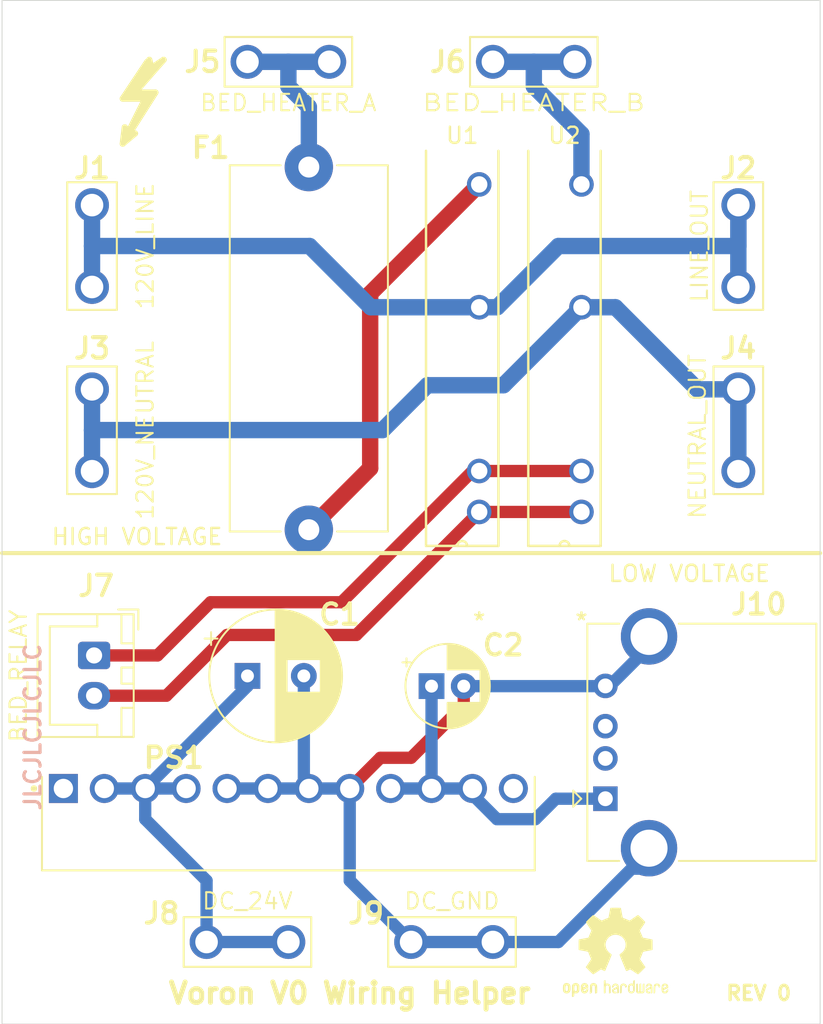
<source format=kicad_pcb>
(kicad_pcb (version 20171130) (host pcbnew 5.1.8)

  (general
    (thickness 1.6)
    (drawings 10)
    (tracks 77)
    (zones 0)
    (modules 22)
    (nets 15)
  )

  (page A4)
  (title_block
    (title "Voron V0 Wiring helper")
    (date 2020-12-31)
    (rev 0)
    (company "John Gehrig")
  )

  (layers
    (0 F.Cu signal)
    (31 B.Cu signal)
    (32 B.Adhes user hide)
    (33 F.Adhes user hide)
    (34 B.Paste user hide)
    (35 F.Paste user hide)
    (36 B.SilkS user)
    (37 F.SilkS user)
    (38 B.Mask user hide)
    (39 F.Mask user hide)
    (40 Dwgs.User user)
    (41 Cmts.User user hide)
    (42 Eco1.User user hide)
    (43 Eco2.User user hide)
    (44 Edge.Cuts user)
    (45 Margin user hide)
    (46 B.CrtYd user hide)
    (47 F.CrtYd user hide)
    (48 B.Fab user hide)
    (49 F.Fab user hide)
  )

  (setup
    (last_trace_width 0.381)
    (trace_clearance 0.2032)
    (zone_clearance 0.508)
    (zone_45_only no)
    (trace_min 0.2)
    (via_size 0.762)
    (via_drill 0.381)
    (via_min_size 0.4)
    (via_min_drill 0.3)
    (uvia_size 0.3)
    (uvia_drill 0.1)
    (uvias_allowed no)
    (uvia_min_size 0.2)
    (uvia_min_drill 0.1)
    (edge_width 0.05)
    (segment_width 0.2)
    (pcb_text_width 0.3)
    (pcb_text_size 1.5 1.5)
    (mod_edge_width 0.12)
    (mod_text_size 1 1)
    (mod_text_width 0.15)
    (pad_size 1.524 1.524)
    (pad_drill 0.762)
    (pad_to_mask_clearance 0)
    (aux_axis_origin 0 0)
    (grid_origin 147.32 116.84)
    (visible_elements FFFFFF7F)
    (pcbplotparams
      (layerselection 0x010f0_ffffffff)
      (usegerberextensions false)
      (usegerberattributes false)
      (usegerberadvancedattributes true)
      (creategerberjobfile true)
      (excludeedgelayer true)
      (linewidth 0.100000)
      (plotframeref false)
      (viasonmask false)
      (mode 1)
      (useauxorigin false)
      (hpglpennumber 1)
      (hpglpenspeed 20)
      (hpglpendiameter 15.000000)
      (psnegative false)
      (psa4output false)
      (plotreference true)
      (plotvalue false)
      (plotinvisibletext false)
      (padsonsilk false)
      (subtractmaskfromsilk false)
      (outputformat 1)
      (mirror false)
      (drillshape 0)
      (scaleselection 1)
      (outputdirectory "gerber/"))
  )

  (net 0 "")
  (net 1 "Net-(F1-Pad2)")
  (net 2 "Net-(F1-Pad1)")
  (net 3 +24V)
  (net 4 GND)
  (net 5 +5V)
  (net 6 "Net-(PS1-Pad1)")
  (net 7 "Net-(PS1-Pad12)")
  (net 8 /BED_CTRL+)
  (net 9 /BED_CTRL-)
  (net 10 "Net-(J1-Pad1)")
  (net 11 "Net-(J3-Pad1)")
  (net 12 "Net-(J6-Pad1)")
  (net 13 "Net-(J10-Pad3)")
  (net 14 "Net-(J10-Pad2)")

  (net_class Default "This is the default net class."
    (clearance 0.2032)
    (trace_width 0.381)
    (via_dia 0.762)
    (via_drill 0.381)
    (uvia_dia 0.3)
    (uvia_drill 0.1)
    (add_net "Net-(J10-Pad2)")
    (add_net "Net-(J10-Pad3)")
    (add_net "Net-(PS1-Pad1)")
    (add_net "Net-(PS1-Pad12)")
  )

  (net_class HV_120VAC ""
    (clearance 1.27)
    (trace_width 1.016)
    (via_dia 1.27)
    (via_drill 0.508)
    (uvia_dia 0.3)
    (uvia_drill 0.1)
    (add_net "Net-(F1-Pad1)")
    (add_net "Net-(F1-Pad2)")
    (add_net "Net-(J1-Pad1)")
    (add_net "Net-(J3-Pad1)")
    (add_net "Net-(J6-Pad1)")
  )

  (net_class LV_5VDC ""
    (clearance 0.254)
    (trace_width 0.762)
    (via_dia 0.762)
    (via_drill 0.381)
    (uvia_dia 0.3)
    (uvia_drill 0.1)
    (add_net +24V)
    (add_net +5V)
    (add_net /BED_CTRL+)
    (add_net /BED_CTRL-)
    (add_net GND)
  )

  (module VoronV0WiringHelper:Symbol_Highvoltage_Type1_FSilkS_Small (layer F.Cu) (tedit 5FEF6207) (tstamp 5FEFCE20)
    (at 131.064 71.628)
    (descr "Symbol, Highvoltage, Type 1, Copper Top, Small,")
    (tags "Symbol, Highvoltage, Type 1, Copper Top, Small,")
    (attr virtual)
    (fp_text reference REF** (at 1.016 -5.207) (layer F.SilkS) hide
      (effects (font (size 1 1) (thickness 0.15)))
    )
    (fp_text value Symbol_Highvoltage_Type1_FSilkS_Small (at 0.508 4.191) (layer F.Fab)
      (effects (font (size 1 1) (thickness 0.15)))
    )
    (fp_line (start -0.127 1.524) (end -0.254 1.016) (layer F.SilkS) (width 0.381))
    (fp_line (start 1.016 -0.762) (end -0.127 1.524) (layer F.SilkS) (width 0.381))
    (fp_line (start -0.381 -0.762) (end 1.016 -0.762) (layer F.SilkS) (width 0.381))
    (fp_line (start 1.143 -3.048) (end -0.381 -0.762) (layer F.SilkS) (width 0.381))
    (fp_line (start 1.397 -2.667) (end 1.27 -3.175) (layer F.SilkS) (width 0.381))
    (fp_line (start 2.159 -3.175) (end 1.397 -2.667) (layer F.SilkS) (width 0.381))
    (fp_line (start 0.381 -1.143) (end 2.159 -3.175) (layer F.SilkS) (width 0.381))
    (fp_line (start 1.651 -1.143) (end 0.381 -1.143) (layer F.SilkS) (width 0.381))
    (fp_line (start -0.127 1.651) (end 1.651 -1.143) (layer F.SilkS) (width 0.381))
    (fp_line (start 0.381 1.397) (end -0.127 1.651) (layer F.SilkS) (width 0.381))
    (fp_line (start -0.381 2.032) (end 0.381 1.397) (layer F.SilkS) (width 0.381))
    (fp_line (start -0.254 1.016) (end -0.381 2.032) (layer F.SilkS) (width 0.381))
    (fp_line (start 0 -0.889) (end 1.27 -0.889) (layer F.SilkS) (width 0.381))
    (fp_line (start 1.397 -2.794) (end 0 -0.889) (layer F.SilkS) (width 0.381))
  )

  (module VoronV0WiringHelper:CONV_P783F-Q24-S5-S (layer F.Cu) (tedit 5FEF5EB2) (tstamp 5FEF5084)
    (at 127 113.665)
    (path /5FFBCA26)
    (fp_text reference PS1 (at 6.858 -1.905) (layer F.SilkS)
      (effects (font (size 1.27 1.27) (thickness 0.254)))
    )
    (fp_text value P783F-Q24-S5-S (at 10.635 6.085) (layer F.Fab)
      (effects (font (size 1 1) (thickness 0.015)))
    )
    (fp_circle (center -1.83 0) (end -1.73 0) (layer F.SilkS) (width 0.2))
    (fp_circle (center -1.83 0) (end -1.73 0) (layer F.Fab) (width 0.2))
    (fp_line (start -1.33 -0.72) (end -1.33 5.08) (layer F.Fab) (width 0.127))
    (fp_line (start -1.33 5.08) (end 29.27 5.08) (layer F.Fab) (width 0.127))
    (fp_line (start 29.27 5.08) (end 29.27 -0.72) (layer F.Fab) (width 0.127))
    (fp_line (start 29.27 -0.72) (end -1.33 -0.72) (layer F.Fab) (width 0.127))
    (fp_line (start -1.33 -0.72) (end -1.33 5.08) (layer F.SilkS) (width 0.127))
    (fp_line (start -1.33 5.08) (end 29.27 5.08) (layer F.SilkS) (width 0.127))
    (fp_line (start 29.27 5.08) (end 29.27 -0.72) (layer F.SilkS) (width 0.127))
    (fp_line (start -1.58 -1.15) (end -1.58 5.33) (layer F.CrtYd) (width 0.05))
    (fp_line (start -1.58 5.33) (end 29.52 5.33) (layer F.CrtYd) (width 0.05))
    (fp_line (start 29.52 5.33) (end 29.52 -1.15) (layer F.CrtYd) (width 0.05))
    (fp_line (start 29.52 -1.15) (end -1.58 -1.15) (layer F.CrtYd) (width 0.05))
    (pad 12 thru_hole circle (at 27.94 0) (size 1.8 1.8) (drill 1.2) (layers *.Cu *.Mask)
      (net 7 "Net-(PS1-Pad12)"))
    (pad 11 thru_hole circle (at 25.4 0) (size 1.8 1.8) (drill 1.2) (layers *.Cu *.Mask)
      (net 5 +5V))
    (pad 10 thru_hole circle (at 22.86 0) (size 1.8 1.8) (drill 1.2) (layers *.Cu *.Mask)
      (net 5 +5V))
    (pad 9 thru_hole circle (at 20.32 0) (size 1.8 1.8) (drill 1.2) (layers *.Cu *.Mask)
      (net 5 +5V))
    (pad 8 thru_hole circle (at 17.78 0) (size 1.8 1.8) (drill 1.2) (layers *.Cu *.Mask)
      (net 4 GND))
    (pad 7 thru_hole circle (at 15.24 0) (size 1.8 1.8) (drill 1.2) (layers *.Cu *.Mask)
      (net 4 GND))
    (pad 6 thru_hole circle (at 12.7 0) (size 1.8 1.8) (drill 1.2) (layers *.Cu *.Mask)
      (net 4 GND))
    (pad 5 thru_hole circle (at 10.16 0) (size 1.8 1.8) (drill 1.2) (layers *.Cu *.Mask)
      (net 4 GND))
    (pad 4 thru_hole circle (at 7.62 0) (size 1.8 1.8) (drill 1.2) (layers *.Cu *.Mask)
      (net 3 +24V))
    (pad 3 thru_hole circle (at 5.08 0) (size 1.8 1.8) (drill 1.2) (layers *.Cu *.Mask)
      (net 3 +24V))
    (pad 2 thru_hole circle (at 2.54 0) (size 1.8 1.8) (drill 1.2) (layers *.Cu *.Mask)
      (net 3 +24V))
    (pad 1 thru_hole rect (at 0 0) (size 1.8 1.8) (drill 1.2) (layers *.Cu *.Mask)
      (net 6 "Net-(PS1-Pad1)"))
    (model ${KIPRJMOD}/3d_models/CUI_P783F-Q24-S5-S.step
      (offset (xyz 8 -1 5.5))
      (scale (xyz 1 1 1))
      (rotate (xyz -90 0 0))
    )
  )

  (module VoronV0WiringHelper:AQG22224 (layer F.Cu) (tedit 5FEF5D98) (tstamp 5FEF6055)
    (at 151.765 86.36 180)
    (path /5FEEE77B)
    (fp_text reference U1 (at 0 13.208) (layer F.SilkS)
      (effects (font (size 1 1) (thickness 0.15)))
    )
    (fp_text value AQ22224 (at 0 0) (layer F.Fab)
      (effects (font (size 1 1) (thickness 0.15)))
    )
    (fp_line (start 2.2479 12.2555) (end 2.2479 -12.2555) (layer F.SilkS) (width 0.1524))
    (fp_line (start 2.2479 -12.2555) (end -2.2479 -12.2555) (layer F.SilkS) (width 0.1524))
    (fp_line (start -2.2479 -12.2555) (end -2.2479 12.2555) (layer F.SilkS) (width 0.1524))
    (fp_line (start -2.2479 12.2555) (end 2.2479 12.2555) (layer F.Fab) (width 0.1524))
    (fp_line (start 2.2479 12.2555) (end 2.2479 -12.2555) (layer F.Fab) (width 0.1524))
    (fp_line (start 2.2479 -12.2555) (end -2.2479 -12.2555) (layer F.Fab) (width 0.1524))
    (fp_line (start -2.2479 -12.2555) (end -2.2479 12.2555) (layer F.Fab) (width 0.1524))
    (fp_line (start -2.2987 12.3063) (end -2.2987 -12.3063) (layer F.CrtYd) (width 0.1524))
    (fp_line (start -2.2987 -12.3063) (end 2.2987 -12.3063) (layer F.CrtYd) (width 0.1524))
    (fp_line (start 2.2987 -12.3063) (end 2.2987 12.3063) (layer F.CrtYd) (width 0.1524))
    (fp_line (start 2.2987 12.3063) (end -2.2987 12.3063) (layer F.CrtYd) (width 0.1524))
    (fp_text user * (at -1.0541 -16.920634) (layer F.SilkS)
      (effects (font (size 1 1) (thickness 0.15)))
    )
    (fp_arc (start 0 -12.2555) (end 0.3048 -12.2555) (angle 180) (layer F.Fab) (width 0.1524))
    (fp_arc (start 0 -12.2555) (end 0.3048 -12.2555) (angle 180) (layer F.SilkS) (width 0.1524))
    (fp_text user "Copyright 2016 Accelerated Designs. All rights reserved." (at 0 0) (layer Cmts.User)
      (effects (font (size 0.127 0.127) (thickness 0.002)))
    )
    (pad 4 thru_hole circle (at -1.0541 10.1727 180) (size 1.524 1.524) (drill 1.016) (layers *.Cu *.Mask)
      (net 2 "Net-(F1-Pad1)"))
    (pad 3 thru_hole circle (at -1.0541 2.5527 180) (size 1.524 1.524) (drill 1.016) (layers *.Cu *.Mask)
      (net 10 "Net-(J1-Pad1)"))
    (pad 2 thru_hole circle (at -1.0541 -7.6073 180) (size 1.524 1.524) (drill 1.016) (layers *.Cu *.Mask)
      (net 8 /BED_CTRL+))
    (pad 1 thru_hole circle (at -1.0541 -10.1473 180) (size 1.524 1.524) (drill 1.016) (layers *.Cu *.Mask)
      (net 9 /BED_CTRL-))
  )

  (module VoronV0WiringHelper:AQG22224 (layer F.Cu) (tedit 5FEF5D98) (tstamp 5FEF546C)
    (at 158.115 86.36 180)
    (path /5FF32DC2)
    (fp_text reference U2 (at 0 13.208) (layer F.SilkS)
      (effects (font (size 1 1) (thickness 0.15)))
    )
    (fp_text value AQ22224 (at 0 0) (layer F.Fab)
      (effects (font (size 1 1) (thickness 0.15)))
    )
    (fp_line (start 2.2479 12.2555) (end 2.2479 -12.2555) (layer F.SilkS) (width 0.1524))
    (fp_line (start 2.2479 -12.2555) (end -2.2479 -12.2555) (layer F.SilkS) (width 0.1524))
    (fp_line (start -2.2479 -12.2555) (end -2.2479 12.2555) (layer F.SilkS) (width 0.1524))
    (fp_line (start -2.2479 12.2555) (end 2.2479 12.2555) (layer F.Fab) (width 0.1524))
    (fp_line (start 2.2479 12.2555) (end 2.2479 -12.2555) (layer F.Fab) (width 0.1524))
    (fp_line (start 2.2479 -12.2555) (end -2.2479 -12.2555) (layer F.Fab) (width 0.1524))
    (fp_line (start -2.2479 -12.2555) (end -2.2479 12.2555) (layer F.Fab) (width 0.1524))
    (fp_line (start -2.2987 12.3063) (end -2.2987 -12.3063) (layer F.CrtYd) (width 0.1524))
    (fp_line (start -2.2987 -12.3063) (end 2.2987 -12.3063) (layer F.CrtYd) (width 0.1524))
    (fp_line (start 2.2987 -12.3063) (end 2.2987 12.3063) (layer F.CrtYd) (width 0.1524))
    (fp_line (start 2.2987 12.3063) (end -2.2987 12.3063) (layer F.CrtYd) (width 0.1524))
    (fp_text user * (at -1.0541 -16.920634) (layer F.SilkS)
      (effects (font (size 1 1) (thickness 0.15)))
    )
    (fp_arc (start 0 -12.2555) (end 0.3048 -12.2555) (angle 180) (layer F.Fab) (width 0.1524))
    (fp_arc (start 0 -12.2555) (end 0.3048 -12.2555) (angle 180) (layer F.SilkS) (width 0.1524))
    (fp_text user "Copyright 2016 Accelerated Designs. All rights reserved." (at 0 0) (layer Cmts.User)
      (effects (font (size 0.127 0.127) (thickness 0.002)))
    )
    (pad 4 thru_hole circle (at -1.0541 10.1727 180) (size 1.524 1.524) (drill 1.016) (layers *.Cu *.Mask)
      (net 12 "Net-(J6-Pad1)"))
    (pad 3 thru_hole circle (at -1.0541 2.5527 180) (size 1.524 1.524) (drill 1.016) (layers *.Cu *.Mask)
      (net 11 "Net-(J3-Pad1)"))
    (pad 2 thru_hole circle (at -1.0541 -7.6073 180) (size 1.524 1.524) (drill 1.016) (layers *.Cu *.Mask)
      (net 8 /BED_CTRL+))
    (pad 1 thru_hole circle (at -1.0541 -10.1473 180) (size 1.524 1.524) (drill 1.016) (layers *.Cu *.Mask)
      (net 9 /BED_CTRL-))
  )

  (module Connector_USB:USB_A_CONNFLY_DS1095-WNR0 (layer F.Cu) (tedit 5FEF5D4C) (tstamp 5FEF4DF5)
    (at 160.655 114.3 90)
    (descr http://www.connfly.com/userfiles/image/UpLoadFile/File/2013/5/6/DS1095.pdf)
    (tags "USB-A receptacle horizontal through-hole")
    (path /5FEF7575)
    (fp_text reference J10 (at 12.065 9.525) (layer F.SilkS)
      (effects (font (size 1.27 1.27) (thickness 0.254)))
    )
    (fp_text value USB_A (at 3.5 14.5 90) (layer F.Fab)
      (effects (font (size 1 1) (thickness 0.15)))
    )
    (fp_line (start 0.5 -2) (end -0.5 -2) (layer F.SilkS) (width 0.12))
    (fp_line (start 0 -1.5) (end 0.5 -2) (layer F.SilkS) (width 0.12))
    (fp_line (start -0.5 -2) (end 0 -1.5) (layer F.SilkS) (width 0.12))
    (fp_line (start 10.86 0.86) (end 10.86 -1.12) (layer F.SilkS) (width 0.12))
    (fp_line (start -3.86 -1.12) (end -3.86 0.86) (layer F.SilkS) (width 0.12))
    (fp_line (start -3.86 -1.12) (end 10.86 -1.12) (layer F.SilkS) (width 0.12))
    (fp_line (start 10.86 4.56) (end 10.86 13.1) (layer F.SilkS) (width 0.12))
    (fp_line (start -3.86 13.1) (end 10.86 13.1) (layer F.SilkS) (width 0.12))
    (fp_line (start -3.86 4.56) (end -3.86 13.1) (layer F.SilkS) (width 0.12))
    (fp_line (start -5.32 -1.51) (end 12.32 -1.51) (layer F.CrtYd) (width 0.05))
    (fp_line (start 12.32 -1.51) (end 12.32 13.49) (layer F.CrtYd) (width 0.05))
    (fp_line (start 12.32 13.49) (end -5.32 13.49) (layer F.CrtYd) (width 0.05))
    (fp_line (start -5.32 -1.51) (end -5.32 13.49) (layer F.CrtYd) (width 0.05))
    (fp_line (start -2.87 -1.01) (end -3.75 -0.13) (layer F.Fab) (width 0.1))
    (fp_line (start -3.75 12.99) (end 10.75 12.99) (layer F.Fab) (width 0.1))
    (fp_line (start -2.87 -1.01) (end 10.75 -1.01) (layer F.Fab) (width 0.1))
    (fp_line (start 10.75 -1.01) (end 10.75 12.99) (layer F.Fab) (width 0.1))
    (fp_line (start -3.75 -0.13) (end -3.75 12.99) (layer F.Fab) (width 0.1))
    (fp_text user %R (at 3.5 3.7 90) (layer F.Fab)
      (effects (font (size 1.27 1.27) (thickness 0.254)))
    )
    (pad 4 thru_hole circle (at 7 0 90) (size 1.524 1.524) (drill 0.92) (layers *.Cu *.Mask)
      (net 4 GND))
    (pad 3 thru_hole circle (at 4.5 0 90) (size 1.524 1.524) (drill 0.92) (layers *.Cu *.Mask)
      (net 13 "Net-(J10-Pad3)"))
    (pad 2 thru_hole circle (at 2.5 0 90) (size 1.524 1.524) (drill 0.92) (layers *.Cu *.Mask)
      (net 14 "Net-(J10-Pad2)"))
    (pad 1 thru_hole rect (at 0 0 90) (size 1.524 1.524) (drill 0.92) (layers *.Cu *.Mask)
      (net 5 +5V))
    (pad 5 thru_hole circle (at -3.07 2.71 90) (size 3.5 3.5) (drill 2.3) (layers *.Cu *.Mask)
      (net 4 GND))
    (pad 5 thru_hole circle (at 10.07 2.71 90) (size 3.5 3.5) (drill 2.3) (layers *.Cu *.Mask)
      (net 4 GND))
    (model ${KIPRJMOD}/3d_models/Connector_USB_A_Samtec.stp
      (offset (xyz 3.4798 -6.070599999999999 0))
      (scale (xyz 1 1 1))
      (rotate (xyz -90 0 0))
    )
  )

  (module VoronV0WiringHelper:CONN_63824-1 (layer F.Cu) (tedit 5FEF5C75) (tstamp 5FEFCC40)
    (at 138.43 123.19 180)
    (path /5FEF3F5F)
    (fp_text reference J8 (at 5.334 1.778) (layer F.SilkS)
      (effects (font (size 1.27 1.27) (thickness 0.254)))
    )
    (fp_text value DC_24V (at 0 2.54) (layer F.SilkS)
      (effects (font (size 1.016 1.016) (thickness 0.127)))
    )
    (fp_line (start 4.826 -2.286) (end -4.826 -2.286) (layer F.CrtYd) (width 0.05))
    (fp_line (start 4.826 2.286) (end 4.826 -2.286) (layer F.CrtYd) (width 0.05))
    (fp_line (start -4.826 2.286) (end 4.826 2.286) (layer F.CrtYd) (width 0.05))
    (fp_line (start -4.826 -2.286) (end -4.826 2.286) (layer F.CrtYd) (width 0.05))
    (fp_line (start -3.96 1.54) (end -3.96 -1.54) (layer F.SilkS) (width 0.127))
    (fp_line (start 3.96 1.54) (end -3.96 1.54) (layer F.SilkS) (width 0.127))
    (fp_line (start 3.96 -1.54) (end 3.96 1.54) (layer F.SilkS) (width 0.127))
    (fp_line (start -3.96 -1.54) (end 3.96 -1.54) (layer F.SilkS) (width 0.127))
    (fp_line (start 3.96 -1.54) (end -3.96 -1.54) (layer F.Fab) (width 0.127))
    (fp_line (start 3.96 1.54) (end 3.96 -1.54) (layer F.Fab) (width 0.127))
    (fp_line (start -3.96 1.54) (end 3.96 1.54) (layer F.Fab) (width 0.127))
    (fp_line (start -3.96 -1.54) (end -3.96 1.54) (layer F.Fab) (width 0.127))
    (pad 1 thru_hole circle (at -2.54 0 180) (size 2.1 2.1) (drill 1.4) (layers *.Cu *.Mask)
      (net 3 +24V))
    (pad 1 thru_hole circle (at 2.54 0 180) (size 2.1 2.1) (drill 1.4) (layers *.Cu *.Mask)
      (net 3 +24V))
    (model ${KIPRJMOD}/3d_models/63824-1.step
      (offset (xyz 0 0 10.5))
      (scale (xyz 1 1 1))
      (rotate (xyz 0 0 0))
    )
  )

  (module VoronV0WiringHelper:CONN_63824-1 (layer F.Cu) (tedit 5FEF5C75) (tstamp 5FEF63DD)
    (at 128.778 80.01 270)
    (path /5FEE82A0)
    (fp_text reference J1 (at -4.826 0 180) (layer F.SilkS)
      (effects (font (size 1.27 1.27) (thickness 0.254)))
    )
    (fp_text value 120V_LINE (at 0 -3.302 90) (layer F.SilkS)
      (effects (font (size 1.016 1.016) (thickness 0.127)))
    )
    (fp_line (start 4.826 -2.286) (end -4.826 -2.286) (layer F.CrtYd) (width 0.05))
    (fp_line (start 4.826 2.286) (end 4.826 -2.286) (layer F.CrtYd) (width 0.05))
    (fp_line (start -4.826 2.286) (end 4.826 2.286) (layer F.CrtYd) (width 0.05))
    (fp_line (start -4.826 -2.286) (end -4.826 2.286) (layer F.CrtYd) (width 0.05))
    (fp_line (start -3.96 1.54) (end -3.96 -1.54) (layer F.SilkS) (width 0.127))
    (fp_line (start 3.96 1.54) (end -3.96 1.54) (layer F.SilkS) (width 0.127))
    (fp_line (start 3.96 -1.54) (end 3.96 1.54) (layer F.SilkS) (width 0.127))
    (fp_line (start -3.96 -1.54) (end 3.96 -1.54) (layer F.SilkS) (width 0.127))
    (fp_line (start 3.96 -1.54) (end -3.96 -1.54) (layer F.Fab) (width 0.127))
    (fp_line (start 3.96 1.54) (end 3.96 -1.54) (layer F.Fab) (width 0.127))
    (fp_line (start -3.96 1.54) (end 3.96 1.54) (layer F.Fab) (width 0.127))
    (fp_line (start -3.96 -1.54) (end -3.96 1.54) (layer F.Fab) (width 0.127))
    (pad 1 thru_hole circle (at -2.54 0 270) (size 2.1 2.1) (drill 1.4) (layers *.Cu *.Mask)
      (net 10 "Net-(J1-Pad1)"))
    (pad 1 thru_hole circle (at 2.54 0 270) (size 2.1 2.1) (drill 1.4) (layers *.Cu *.Mask)
      (net 10 "Net-(J1-Pad1)"))
    (model ${KIPRJMOD}/3d_models/63824-1.step
      (offset (xyz 0 0 10.5))
      (scale (xyz 1 1 1))
      (rotate (xyz 0 0 0))
    )
  )

  (module VoronV0WiringHelper:CONN_63824-1 (layer F.Cu) (tedit 5FEF5C75) (tstamp 5FEF6387)
    (at 128.778 91.44 270)
    (path /5FEEE4D1)
    (fp_text reference J3 (at -5.08 0 180) (layer F.SilkS)
      (effects (font (size 1.27 1.27) (thickness 0.254)))
    )
    (fp_text value 120V_NEUTRAL (at 0 -3.302 90) (layer F.SilkS)
      (effects (font (size 1.016 1.016) (thickness 0.127)))
    )
    (fp_line (start 4.826 -2.286) (end -4.826 -2.286) (layer F.CrtYd) (width 0.05))
    (fp_line (start 4.826 2.286) (end 4.826 -2.286) (layer F.CrtYd) (width 0.05))
    (fp_line (start -4.826 2.286) (end 4.826 2.286) (layer F.CrtYd) (width 0.05))
    (fp_line (start -4.826 -2.286) (end -4.826 2.286) (layer F.CrtYd) (width 0.05))
    (fp_line (start -3.96 1.54) (end -3.96 -1.54) (layer F.SilkS) (width 0.127))
    (fp_line (start 3.96 1.54) (end -3.96 1.54) (layer F.SilkS) (width 0.127))
    (fp_line (start 3.96 -1.54) (end 3.96 1.54) (layer F.SilkS) (width 0.127))
    (fp_line (start -3.96 -1.54) (end 3.96 -1.54) (layer F.SilkS) (width 0.127))
    (fp_line (start 3.96 -1.54) (end -3.96 -1.54) (layer F.Fab) (width 0.127))
    (fp_line (start 3.96 1.54) (end 3.96 -1.54) (layer F.Fab) (width 0.127))
    (fp_line (start -3.96 1.54) (end 3.96 1.54) (layer F.Fab) (width 0.127))
    (fp_line (start -3.96 -1.54) (end -3.96 1.54) (layer F.Fab) (width 0.127))
    (pad 1 thru_hole circle (at -2.54 0 270) (size 2.1 2.1) (drill 1.4) (layers *.Cu *.Mask)
      (net 11 "Net-(J3-Pad1)"))
    (pad 1 thru_hole circle (at 2.54 0 270) (size 2.1 2.1) (drill 1.4) (layers *.Cu *.Mask)
      (net 11 "Net-(J3-Pad1)"))
    (model ${KIPRJMOD}/3d_models/63824-1.step
      (offset (xyz 0 0 10.5))
      (scale (xyz 1 1 1))
      (rotate (xyz 0 0 0))
    )
  )

  (module VoronV0WiringHelper:CONN_63824-1 (layer F.Cu) (tedit 5FEF5C75) (tstamp 5FEF57CB)
    (at 140.97 68.58)
    (path /5FEF2007)
    (fp_text reference J5 (at -5.334 0) (layer F.SilkS)
      (effects (font (size 1.27 1.27) (thickness 0.254)))
    )
    (fp_text value BED_HEATER_A (at 0 2.54) (layer F.SilkS)
      (effects (font (size 1.016 1.016) (thickness 0.127)))
    )
    (fp_line (start 4.826 -2.286) (end -4.826 -2.286) (layer F.CrtYd) (width 0.05))
    (fp_line (start 4.826 2.286) (end 4.826 -2.286) (layer F.CrtYd) (width 0.05))
    (fp_line (start -4.826 2.286) (end 4.826 2.286) (layer F.CrtYd) (width 0.05))
    (fp_line (start -4.826 -2.286) (end -4.826 2.286) (layer F.CrtYd) (width 0.05))
    (fp_line (start -3.96 1.54) (end -3.96 -1.54) (layer F.SilkS) (width 0.127))
    (fp_line (start 3.96 1.54) (end -3.96 1.54) (layer F.SilkS) (width 0.127))
    (fp_line (start 3.96 -1.54) (end 3.96 1.54) (layer F.SilkS) (width 0.127))
    (fp_line (start -3.96 -1.54) (end 3.96 -1.54) (layer F.SilkS) (width 0.127))
    (fp_line (start 3.96 -1.54) (end -3.96 -1.54) (layer F.Fab) (width 0.127))
    (fp_line (start 3.96 1.54) (end 3.96 -1.54) (layer F.Fab) (width 0.127))
    (fp_line (start -3.96 1.54) (end 3.96 1.54) (layer F.Fab) (width 0.127))
    (fp_line (start -3.96 -1.54) (end -3.96 1.54) (layer F.Fab) (width 0.127))
    (pad 1 thru_hole circle (at -2.54 0) (size 2.1 2.1) (drill 1.4) (layers *.Cu *.Mask)
      (net 1 "Net-(F1-Pad2)"))
    (pad 1 thru_hole circle (at 2.54 0) (size 2.1 2.1) (drill 1.4) (layers *.Cu *.Mask)
      (net 1 "Net-(F1-Pad2)"))
    (model ${KIPRJMOD}/3d_models/63824-1.step
      (offset (xyz 0 0 10.5))
      (scale (xyz 1 1 1))
      (rotate (xyz 0 0 0))
    )
  )

  (module VoronV0WiringHelper:CONN_63824-1 (layer F.Cu) (tedit 5FEF5C75) (tstamp 5FEF5902)
    (at 156.21 68.58)
    (path /5FEF2011)
    (fp_text reference J6 (at -5.334 0) (layer F.SilkS)
      (effects (font (size 1.27 1.27) (thickness 0.254)))
    )
    (fp_text value BED_HEATER_B (at 0 2.54) (layer F.SilkS)
      (effects (font (size 1.016 1.27) (thickness 0.127)))
    )
    (fp_line (start 4.826 -2.286) (end -4.826 -2.286) (layer F.CrtYd) (width 0.05))
    (fp_line (start 4.826 2.286) (end 4.826 -2.286) (layer F.CrtYd) (width 0.05))
    (fp_line (start -4.826 2.286) (end 4.826 2.286) (layer F.CrtYd) (width 0.05))
    (fp_line (start -4.826 -2.286) (end -4.826 2.286) (layer F.CrtYd) (width 0.05))
    (fp_line (start -3.96 1.54) (end -3.96 -1.54) (layer F.SilkS) (width 0.127))
    (fp_line (start 3.96 1.54) (end -3.96 1.54) (layer F.SilkS) (width 0.127))
    (fp_line (start 3.96 -1.54) (end 3.96 1.54) (layer F.SilkS) (width 0.127))
    (fp_line (start -3.96 -1.54) (end 3.96 -1.54) (layer F.SilkS) (width 0.127))
    (fp_line (start 3.96 -1.54) (end -3.96 -1.54) (layer F.Fab) (width 0.127))
    (fp_line (start 3.96 1.54) (end 3.96 -1.54) (layer F.Fab) (width 0.127))
    (fp_line (start -3.96 1.54) (end 3.96 1.54) (layer F.Fab) (width 0.127))
    (fp_line (start -3.96 -1.54) (end -3.96 1.54) (layer F.Fab) (width 0.127))
    (pad 1 thru_hole circle (at -2.54 0) (size 2.1 2.1) (drill 1.4) (layers *.Cu *.Mask)
      (net 12 "Net-(J6-Pad1)"))
    (pad 1 thru_hole circle (at 2.54 0) (size 2.1 2.1) (drill 1.4) (layers *.Cu *.Mask)
      (net 12 "Net-(J6-Pad1)"))
    (model ${KIPRJMOD}/3d_models/63824-1.step
      (offset (xyz 0 0 10.5))
      (scale (xyz 1 1 1))
      (rotate (xyz 0 0 0))
    )
  )

  (module VoronV0WiringHelper:CONN_63824-1 (layer F.Cu) (tedit 5FEF5C75) (tstamp 5FEE6335)
    (at 168.91 80.01 90)
    (path /5FF484CE)
    (fp_text reference J2 (at 4.826 0 180) (layer F.SilkS)
      (effects (font (size 1.27 1.27) (thickness 0.254)))
    )
    (fp_text value LINE_OUT (at 0 -2.413 90) (layer F.SilkS)
      (effects (font (size 1.016 1.016) (thickness 0.127)))
    )
    (fp_line (start 4.826 -2.286) (end -4.826 -2.286) (layer F.CrtYd) (width 0.05))
    (fp_line (start 4.826 2.286) (end 4.826 -2.286) (layer F.CrtYd) (width 0.05))
    (fp_line (start -4.826 2.286) (end 4.826 2.286) (layer F.CrtYd) (width 0.05))
    (fp_line (start -4.826 -2.286) (end -4.826 2.286) (layer F.CrtYd) (width 0.05))
    (fp_line (start -3.96 1.54) (end -3.96 -1.54) (layer F.SilkS) (width 0.127))
    (fp_line (start 3.96 1.54) (end -3.96 1.54) (layer F.SilkS) (width 0.127))
    (fp_line (start 3.96 -1.54) (end 3.96 1.54) (layer F.SilkS) (width 0.127))
    (fp_line (start -3.96 -1.54) (end 3.96 -1.54) (layer F.SilkS) (width 0.127))
    (fp_line (start 3.96 -1.54) (end -3.96 -1.54) (layer F.Fab) (width 0.127))
    (fp_line (start 3.96 1.54) (end 3.96 -1.54) (layer F.Fab) (width 0.127))
    (fp_line (start -3.96 1.54) (end 3.96 1.54) (layer F.Fab) (width 0.127))
    (fp_line (start -3.96 -1.54) (end -3.96 1.54) (layer F.Fab) (width 0.127))
    (pad 1 thru_hole circle (at -2.54 0 90) (size 2.1 2.1) (drill 1.4) (layers *.Cu *.Mask)
      (net 10 "Net-(J1-Pad1)"))
    (pad 1 thru_hole circle (at 2.54 0 90) (size 2.1 2.1) (drill 1.4) (layers *.Cu *.Mask)
      (net 10 "Net-(J1-Pad1)"))
    (model ${KIPRJMOD}/3d_models/63824-1.step
      (offset (xyz 0 0 10.5))
      (scale (xyz 1 1 1))
      (rotate (xyz 0 0 0))
    )
  )

  (module VoronV0WiringHelper:CONN_63824-1 (layer F.Cu) (tedit 5FEF5C75) (tstamp 5FEE64C1)
    (at 168.91 91.44 90)
    (path /5FF484D8)
    (fp_text reference J4 (at 5.08 0 180) (layer F.SilkS)
      (effects (font (size 1.27 1.27) (thickness 0.254)))
    )
    (fp_text value NEUTRAL_OUT (at -0.381 -2.54 90) (layer F.SilkS)
      (effects (font (size 1.016 1.016) (thickness 0.127)))
    )
    (fp_line (start 4.826 -2.286) (end -4.826 -2.286) (layer F.CrtYd) (width 0.05))
    (fp_line (start 4.826 2.286) (end 4.826 -2.286) (layer F.CrtYd) (width 0.05))
    (fp_line (start -4.826 2.286) (end 4.826 2.286) (layer F.CrtYd) (width 0.05))
    (fp_line (start -4.826 -2.286) (end -4.826 2.286) (layer F.CrtYd) (width 0.05))
    (fp_line (start -3.96 1.54) (end -3.96 -1.54) (layer F.SilkS) (width 0.127))
    (fp_line (start 3.96 1.54) (end -3.96 1.54) (layer F.SilkS) (width 0.127))
    (fp_line (start 3.96 -1.54) (end 3.96 1.54) (layer F.SilkS) (width 0.127))
    (fp_line (start -3.96 -1.54) (end 3.96 -1.54) (layer F.SilkS) (width 0.127))
    (fp_line (start 3.96 -1.54) (end -3.96 -1.54) (layer F.Fab) (width 0.127))
    (fp_line (start 3.96 1.54) (end 3.96 -1.54) (layer F.Fab) (width 0.127))
    (fp_line (start -3.96 1.54) (end 3.96 1.54) (layer F.Fab) (width 0.127))
    (fp_line (start -3.96 -1.54) (end -3.96 1.54) (layer F.Fab) (width 0.127))
    (pad 1 thru_hole circle (at -2.54 0 90) (size 2.1 2.1) (drill 1.4) (layers *.Cu *.Mask)
      (net 11 "Net-(J3-Pad1)"))
    (pad 1 thru_hole circle (at 2.54 0 90) (size 2.1 2.1) (drill 1.4) (layers *.Cu *.Mask)
      (net 11 "Net-(J3-Pad1)"))
    (model ${KIPRJMOD}/3d_models/63824-1.step
      (offset (xyz 0 0 10.5))
      (scale (xyz 1 1 1))
      (rotate (xyz 0 0 0))
    )
  )

  (module VoronV0WiringHelper:CONN_63824-1 (layer F.Cu) (tedit 5FEF5C75) (tstamp 5FEE6467)
    (at 151.13 123.19 180)
    (path /5FEF3F69)
    (fp_text reference J9 (at 5.334 1.778) (layer F.SilkS)
      (effects (font (size 1.27 1.27) (thickness 0.254)))
    )
    (fp_text value DC_GND (at 0 2.54) (layer F.SilkS)
      (effects (font (size 1.016 1.016) (thickness 0.127)))
    )
    (fp_line (start 4.826 -2.286) (end -4.826 -2.286) (layer F.CrtYd) (width 0.05))
    (fp_line (start 4.826 2.286) (end 4.826 -2.286) (layer F.CrtYd) (width 0.05))
    (fp_line (start -4.826 2.286) (end 4.826 2.286) (layer F.CrtYd) (width 0.05))
    (fp_line (start -4.826 -2.286) (end -4.826 2.286) (layer F.CrtYd) (width 0.05))
    (fp_line (start -3.96 1.54) (end -3.96 -1.54) (layer F.SilkS) (width 0.127))
    (fp_line (start 3.96 1.54) (end -3.96 1.54) (layer F.SilkS) (width 0.127))
    (fp_line (start 3.96 -1.54) (end 3.96 1.54) (layer F.SilkS) (width 0.127))
    (fp_line (start -3.96 -1.54) (end 3.96 -1.54) (layer F.SilkS) (width 0.127))
    (fp_line (start 3.96 -1.54) (end -3.96 -1.54) (layer F.Fab) (width 0.127))
    (fp_line (start 3.96 1.54) (end 3.96 -1.54) (layer F.Fab) (width 0.127))
    (fp_line (start -3.96 1.54) (end 3.96 1.54) (layer F.Fab) (width 0.127))
    (fp_line (start -3.96 -1.54) (end -3.96 1.54) (layer F.Fab) (width 0.127))
    (pad 1 thru_hole circle (at -2.54 0 180) (size 2.1 2.1) (drill 1.4) (layers *.Cu *.Mask)
      (net 4 GND))
    (pad 1 thru_hole circle (at 2.54 0 180) (size 2.1 2.1) (drill 1.4) (layers *.Cu *.Mask)
      (net 4 GND))
    (model ${KIPRJMOD}/3d_models/63824-1.step
      (offset (xyz 0 0 10.5))
      (scale (xyz 1 1 1))
      (rotate (xyz 0 0 0))
    )
  )

  (module Capacitor_THT:CP_Radial_D5.0mm_P2.00mm (layer F.Cu) (tedit 5AE50EF0) (tstamp 5FEFBF3C)
    (at 149.86 107.315)
    (descr "CP, Radial series, Radial, pin pitch=2.00mm, , diameter=5mm, Electrolytic Capacitor")
    (tags "CP Radial series Radial pin pitch 2.00mm  diameter 5mm Electrolytic Capacitor")
    (path /601A9BBD)
    (fp_text reference C2 (at 4.445 -2.54) (layer F.SilkS)
      (effects (font (size 1.27 1.27) (thickness 0.254)))
    )
    (fp_text value 100uF (at 1 3.75) (layer F.Fab)
      (effects (font (size 1 1) (thickness 0.15)))
    )
    (fp_line (start -1.554775 -1.725) (end -1.554775 -1.225) (layer F.SilkS) (width 0.12))
    (fp_line (start -1.804775 -1.475) (end -1.304775 -1.475) (layer F.SilkS) (width 0.12))
    (fp_line (start 3.601 -0.284) (end 3.601 0.284) (layer F.SilkS) (width 0.12))
    (fp_line (start 3.561 -0.518) (end 3.561 0.518) (layer F.SilkS) (width 0.12))
    (fp_line (start 3.521 -0.677) (end 3.521 0.677) (layer F.SilkS) (width 0.12))
    (fp_line (start 3.481 -0.805) (end 3.481 0.805) (layer F.SilkS) (width 0.12))
    (fp_line (start 3.441 -0.915) (end 3.441 0.915) (layer F.SilkS) (width 0.12))
    (fp_line (start 3.401 -1.011) (end 3.401 1.011) (layer F.SilkS) (width 0.12))
    (fp_line (start 3.361 -1.098) (end 3.361 1.098) (layer F.SilkS) (width 0.12))
    (fp_line (start 3.321 -1.178) (end 3.321 1.178) (layer F.SilkS) (width 0.12))
    (fp_line (start 3.281 -1.251) (end 3.281 1.251) (layer F.SilkS) (width 0.12))
    (fp_line (start 3.241 -1.319) (end 3.241 1.319) (layer F.SilkS) (width 0.12))
    (fp_line (start 3.201 -1.383) (end 3.201 1.383) (layer F.SilkS) (width 0.12))
    (fp_line (start 3.161 -1.443) (end 3.161 1.443) (layer F.SilkS) (width 0.12))
    (fp_line (start 3.121 -1.5) (end 3.121 1.5) (layer F.SilkS) (width 0.12))
    (fp_line (start 3.081 -1.554) (end 3.081 1.554) (layer F.SilkS) (width 0.12))
    (fp_line (start 3.041 -1.605) (end 3.041 1.605) (layer F.SilkS) (width 0.12))
    (fp_line (start 3.001 1.04) (end 3.001 1.653) (layer F.SilkS) (width 0.12))
    (fp_line (start 3.001 -1.653) (end 3.001 -1.04) (layer F.SilkS) (width 0.12))
    (fp_line (start 2.961 1.04) (end 2.961 1.699) (layer F.SilkS) (width 0.12))
    (fp_line (start 2.961 -1.699) (end 2.961 -1.04) (layer F.SilkS) (width 0.12))
    (fp_line (start 2.921 1.04) (end 2.921 1.743) (layer F.SilkS) (width 0.12))
    (fp_line (start 2.921 -1.743) (end 2.921 -1.04) (layer F.SilkS) (width 0.12))
    (fp_line (start 2.881 1.04) (end 2.881 1.785) (layer F.SilkS) (width 0.12))
    (fp_line (start 2.881 -1.785) (end 2.881 -1.04) (layer F.SilkS) (width 0.12))
    (fp_line (start 2.841 1.04) (end 2.841 1.826) (layer F.SilkS) (width 0.12))
    (fp_line (start 2.841 -1.826) (end 2.841 -1.04) (layer F.SilkS) (width 0.12))
    (fp_line (start 2.801 1.04) (end 2.801 1.864) (layer F.SilkS) (width 0.12))
    (fp_line (start 2.801 -1.864) (end 2.801 -1.04) (layer F.SilkS) (width 0.12))
    (fp_line (start 2.761 1.04) (end 2.761 1.901) (layer F.SilkS) (width 0.12))
    (fp_line (start 2.761 -1.901) (end 2.761 -1.04) (layer F.SilkS) (width 0.12))
    (fp_line (start 2.721 1.04) (end 2.721 1.937) (layer F.SilkS) (width 0.12))
    (fp_line (start 2.721 -1.937) (end 2.721 -1.04) (layer F.SilkS) (width 0.12))
    (fp_line (start 2.681 1.04) (end 2.681 1.971) (layer F.SilkS) (width 0.12))
    (fp_line (start 2.681 -1.971) (end 2.681 -1.04) (layer F.SilkS) (width 0.12))
    (fp_line (start 2.641 1.04) (end 2.641 2.004) (layer F.SilkS) (width 0.12))
    (fp_line (start 2.641 -2.004) (end 2.641 -1.04) (layer F.SilkS) (width 0.12))
    (fp_line (start 2.601 1.04) (end 2.601 2.035) (layer F.SilkS) (width 0.12))
    (fp_line (start 2.601 -2.035) (end 2.601 -1.04) (layer F.SilkS) (width 0.12))
    (fp_line (start 2.561 1.04) (end 2.561 2.065) (layer F.SilkS) (width 0.12))
    (fp_line (start 2.561 -2.065) (end 2.561 -1.04) (layer F.SilkS) (width 0.12))
    (fp_line (start 2.521 1.04) (end 2.521 2.095) (layer F.SilkS) (width 0.12))
    (fp_line (start 2.521 -2.095) (end 2.521 -1.04) (layer F.SilkS) (width 0.12))
    (fp_line (start 2.481 1.04) (end 2.481 2.122) (layer F.SilkS) (width 0.12))
    (fp_line (start 2.481 -2.122) (end 2.481 -1.04) (layer F.SilkS) (width 0.12))
    (fp_line (start 2.441 1.04) (end 2.441 2.149) (layer F.SilkS) (width 0.12))
    (fp_line (start 2.441 -2.149) (end 2.441 -1.04) (layer F.SilkS) (width 0.12))
    (fp_line (start 2.401 1.04) (end 2.401 2.175) (layer F.SilkS) (width 0.12))
    (fp_line (start 2.401 -2.175) (end 2.401 -1.04) (layer F.SilkS) (width 0.12))
    (fp_line (start 2.361 1.04) (end 2.361 2.2) (layer F.SilkS) (width 0.12))
    (fp_line (start 2.361 -2.2) (end 2.361 -1.04) (layer F.SilkS) (width 0.12))
    (fp_line (start 2.321 1.04) (end 2.321 2.224) (layer F.SilkS) (width 0.12))
    (fp_line (start 2.321 -2.224) (end 2.321 -1.04) (layer F.SilkS) (width 0.12))
    (fp_line (start 2.281 1.04) (end 2.281 2.247) (layer F.SilkS) (width 0.12))
    (fp_line (start 2.281 -2.247) (end 2.281 -1.04) (layer F.SilkS) (width 0.12))
    (fp_line (start 2.241 1.04) (end 2.241 2.268) (layer F.SilkS) (width 0.12))
    (fp_line (start 2.241 -2.268) (end 2.241 -1.04) (layer F.SilkS) (width 0.12))
    (fp_line (start 2.201 1.04) (end 2.201 2.29) (layer F.SilkS) (width 0.12))
    (fp_line (start 2.201 -2.29) (end 2.201 -1.04) (layer F.SilkS) (width 0.12))
    (fp_line (start 2.161 1.04) (end 2.161 2.31) (layer F.SilkS) (width 0.12))
    (fp_line (start 2.161 -2.31) (end 2.161 -1.04) (layer F.SilkS) (width 0.12))
    (fp_line (start 2.121 1.04) (end 2.121 2.329) (layer F.SilkS) (width 0.12))
    (fp_line (start 2.121 -2.329) (end 2.121 -1.04) (layer F.SilkS) (width 0.12))
    (fp_line (start 2.081 1.04) (end 2.081 2.348) (layer F.SilkS) (width 0.12))
    (fp_line (start 2.081 -2.348) (end 2.081 -1.04) (layer F.SilkS) (width 0.12))
    (fp_line (start 2.041 1.04) (end 2.041 2.365) (layer F.SilkS) (width 0.12))
    (fp_line (start 2.041 -2.365) (end 2.041 -1.04) (layer F.SilkS) (width 0.12))
    (fp_line (start 2.001 1.04) (end 2.001 2.382) (layer F.SilkS) (width 0.12))
    (fp_line (start 2.001 -2.382) (end 2.001 -1.04) (layer F.SilkS) (width 0.12))
    (fp_line (start 1.961 1.04) (end 1.961 2.398) (layer F.SilkS) (width 0.12))
    (fp_line (start 1.961 -2.398) (end 1.961 -1.04) (layer F.SilkS) (width 0.12))
    (fp_line (start 1.921 1.04) (end 1.921 2.414) (layer F.SilkS) (width 0.12))
    (fp_line (start 1.921 -2.414) (end 1.921 -1.04) (layer F.SilkS) (width 0.12))
    (fp_line (start 1.881 1.04) (end 1.881 2.428) (layer F.SilkS) (width 0.12))
    (fp_line (start 1.881 -2.428) (end 1.881 -1.04) (layer F.SilkS) (width 0.12))
    (fp_line (start 1.841 1.04) (end 1.841 2.442) (layer F.SilkS) (width 0.12))
    (fp_line (start 1.841 -2.442) (end 1.841 -1.04) (layer F.SilkS) (width 0.12))
    (fp_line (start 1.801 1.04) (end 1.801 2.455) (layer F.SilkS) (width 0.12))
    (fp_line (start 1.801 -2.455) (end 1.801 -1.04) (layer F.SilkS) (width 0.12))
    (fp_line (start 1.761 1.04) (end 1.761 2.468) (layer F.SilkS) (width 0.12))
    (fp_line (start 1.761 -2.468) (end 1.761 -1.04) (layer F.SilkS) (width 0.12))
    (fp_line (start 1.721 1.04) (end 1.721 2.48) (layer F.SilkS) (width 0.12))
    (fp_line (start 1.721 -2.48) (end 1.721 -1.04) (layer F.SilkS) (width 0.12))
    (fp_line (start 1.68 1.04) (end 1.68 2.491) (layer F.SilkS) (width 0.12))
    (fp_line (start 1.68 -2.491) (end 1.68 -1.04) (layer F.SilkS) (width 0.12))
    (fp_line (start 1.64 1.04) (end 1.64 2.501) (layer F.SilkS) (width 0.12))
    (fp_line (start 1.64 -2.501) (end 1.64 -1.04) (layer F.SilkS) (width 0.12))
    (fp_line (start 1.6 1.04) (end 1.6 2.511) (layer F.SilkS) (width 0.12))
    (fp_line (start 1.6 -2.511) (end 1.6 -1.04) (layer F.SilkS) (width 0.12))
    (fp_line (start 1.56 1.04) (end 1.56 2.52) (layer F.SilkS) (width 0.12))
    (fp_line (start 1.56 -2.52) (end 1.56 -1.04) (layer F.SilkS) (width 0.12))
    (fp_line (start 1.52 1.04) (end 1.52 2.528) (layer F.SilkS) (width 0.12))
    (fp_line (start 1.52 -2.528) (end 1.52 -1.04) (layer F.SilkS) (width 0.12))
    (fp_line (start 1.48 1.04) (end 1.48 2.536) (layer F.SilkS) (width 0.12))
    (fp_line (start 1.48 -2.536) (end 1.48 -1.04) (layer F.SilkS) (width 0.12))
    (fp_line (start 1.44 1.04) (end 1.44 2.543) (layer F.SilkS) (width 0.12))
    (fp_line (start 1.44 -2.543) (end 1.44 -1.04) (layer F.SilkS) (width 0.12))
    (fp_line (start 1.4 1.04) (end 1.4 2.55) (layer F.SilkS) (width 0.12))
    (fp_line (start 1.4 -2.55) (end 1.4 -1.04) (layer F.SilkS) (width 0.12))
    (fp_line (start 1.36 1.04) (end 1.36 2.556) (layer F.SilkS) (width 0.12))
    (fp_line (start 1.36 -2.556) (end 1.36 -1.04) (layer F.SilkS) (width 0.12))
    (fp_line (start 1.32 1.04) (end 1.32 2.561) (layer F.SilkS) (width 0.12))
    (fp_line (start 1.32 -2.561) (end 1.32 -1.04) (layer F.SilkS) (width 0.12))
    (fp_line (start 1.28 1.04) (end 1.28 2.565) (layer F.SilkS) (width 0.12))
    (fp_line (start 1.28 -2.565) (end 1.28 -1.04) (layer F.SilkS) (width 0.12))
    (fp_line (start 1.24 1.04) (end 1.24 2.569) (layer F.SilkS) (width 0.12))
    (fp_line (start 1.24 -2.569) (end 1.24 -1.04) (layer F.SilkS) (width 0.12))
    (fp_line (start 1.2 1.04) (end 1.2 2.573) (layer F.SilkS) (width 0.12))
    (fp_line (start 1.2 -2.573) (end 1.2 -1.04) (layer F.SilkS) (width 0.12))
    (fp_line (start 1.16 1.04) (end 1.16 2.576) (layer F.SilkS) (width 0.12))
    (fp_line (start 1.16 -2.576) (end 1.16 -1.04) (layer F.SilkS) (width 0.12))
    (fp_line (start 1.12 1.04) (end 1.12 2.578) (layer F.SilkS) (width 0.12))
    (fp_line (start 1.12 -2.578) (end 1.12 -1.04) (layer F.SilkS) (width 0.12))
    (fp_line (start 1.08 1.04) (end 1.08 2.579) (layer F.SilkS) (width 0.12))
    (fp_line (start 1.08 -2.579) (end 1.08 -1.04) (layer F.SilkS) (width 0.12))
    (fp_line (start 1.04 -2.58) (end 1.04 -1.04) (layer F.SilkS) (width 0.12))
    (fp_line (start 1.04 1.04) (end 1.04 2.58) (layer F.SilkS) (width 0.12))
    (fp_line (start 1 -2.58) (end 1 -1.04) (layer F.SilkS) (width 0.12))
    (fp_line (start 1 1.04) (end 1 2.58) (layer F.SilkS) (width 0.12))
    (fp_line (start -0.883605 -1.3375) (end -0.883605 -0.8375) (layer F.Fab) (width 0.1))
    (fp_line (start -1.133605 -1.0875) (end -0.633605 -1.0875) (layer F.Fab) (width 0.1))
    (fp_circle (center 1 0) (end 3.75 0) (layer F.CrtYd) (width 0.05))
    (fp_circle (center 1 0) (end 3.62 0) (layer F.SilkS) (width 0.12))
    (fp_circle (center 1 0) (end 3.5 0) (layer F.Fab) (width 0.1))
    (fp_text user %R (at 1 0) (layer F.Fab)
      (effects (font (size 1 1) (thickness 0.15)))
    )
    (pad 1 thru_hole rect (at 0 0) (size 1.6 1.6) (drill 0.8) (layers *.Cu *.Mask)
      (net 5 +5V))
    (pad 2 thru_hole circle (at 2 0) (size 1.6 1.6) (drill 0.8) (layers *.Cu *.Mask)
      (net 4 GND))
    (model ${KISYS3DMOD}/Capacitor_THT.3dshapes/CP_Radial_D5.0mm_P2.00mm.wrl
      (at (xyz 0 0 0))
      (scale (xyz 1 1 1))
      (rotate (xyz 0 0 0))
    )
  )

  (module Connector_JST:JST_XH_B2B-XH-A_1x02_P2.50mm_Vertical (layer F.Cu) (tedit 5C28146C) (tstamp 5FEF6303)
    (at 128.905 105.41 270)
    (descr "JST XH series connector, B2B-XH-A (http://www.jst-mfg.com/product/pdf/eng/eXH.pdf), generated with kicad-footprint-generator")
    (tags "connector JST XH vertical")
    (path /5FF0041F)
    (fp_text reference J7 (at -4.318 -0.127 180) (layer F.SilkS)
      (effects (font (size 1.27 1.27) (thickness 0.254)))
    )
    (fp_text value BED_RELAY (at 1.27 4.699 270) (layer F.SilkS)
      (effects (font (size 1.016 1.016) (thickness 0.127)))
    )
    (fp_line (start -2.85 -2.75) (end -2.85 -1.5) (layer F.SilkS) (width 0.12))
    (fp_line (start -1.6 -2.75) (end -2.85 -2.75) (layer F.SilkS) (width 0.12))
    (fp_line (start 4.3 2.75) (end 1.25 2.75) (layer F.SilkS) (width 0.12))
    (fp_line (start 4.3 -0.2) (end 4.3 2.75) (layer F.SilkS) (width 0.12))
    (fp_line (start 5.05 -0.2) (end 4.3 -0.2) (layer F.SilkS) (width 0.12))
    (fp_line (start -1.8 2.75) (end 1.25 2.75) (layer F.SilkS) (width 0.12))
    (fp_line (start -1.8 -0.2) (end -1.8 2.75) (layer F.SilkS) (width 0.12))
    (fp_line (start -2.55 -0.2) (end -1.8 -0.2) (layer F.SilkS) (width 0.12))
    (fp_line (start 5.05 -2.45) (end 3.25 -2.45) (layer F.SilkS) (width 0.12))
    (fp_line (start 5.05 -1.7) (end 5.05 -2.45) (layer F.SilkS) (width 0.12))
    (fp_line (start 3.25 -1.7) (end 5.05 -1.7) (layer F.SilkS) (width 0.12))
    (fp_line (start 3.25 -2.45) (end 3.25 -1.7) (layer F.SilkS) (width 0.12))
    (fp_line (start -0.75 -2.45) (end -2.55 -2.45) (layer F.SilkS) (width 0.12))
    (fp_line (start -0.75 -1.7) (end -0.75 -2.45) (layer F.SilkS) (width 0.12))
    (fp_line (start -2.55 -1.7) (end -0.75 -1.7) (layer F.SilkS) (width 0.12))
    (fp_line (start -2.55 -2.45) (end -2.55 -1.7) (layer F.SilkS) (width 0.12))
    (fp_line (start 1.75 -2.45) (end 0.75 -2.45) (layer F.SilkS) (width 0.12))
    (fp_line (start 1.75 -1.7) (end 1.75 -2.45) (layer F.SilkS) (width 0.12))
    (fp_line (start 0.75 -1.7) (end 1.75 -1.7) (layer F.SilkS) (width 0.12))
    (fp_line (start 0.75 -2.45) (end 0.75 -1.7) (layer F.SilkS) (width 0.12))
    (fp_line (start 0 -1.35) (end 0.625 -2.35) (layer F.Fab) (width 0.1))
    (fp_line (start -0.625 -2.35) (end 0 -1.35) (layer F.Fab) (width 0.1))
    (fp_line (start 5.45 -2.85) (end -2.95 -2.85) (layer F.CrtYd) (width 0.05))
    (fp_line (start 5.45 3.9) (end 5.45 -2.85) (layer F.CrtYd) (width 0.05))
    (fp_line (start -2.95 3.9) (end 5.45 3.9) (layer F.CrtYd) (width 0.05))
    (fp_line (start -2.95 -2.85) (end -2.95 3.9) (layer F.CrtYd) (width 0.05))
    (fp_line (start 5.06 -2.46) (end -2.56 -2.46) (layer F.SilkS) (width 0.12))
    (fp_line (start 5.06 3.51) (end 5.06 -2.46) (layer F.SilkS) (width 0.12))
    (fp_line (start -2.56 3.51) (end 5.06 3.51) (layer F.SilkS) (width 0.12))
    (fp_line (start -2.56 -2.46) (end -2.56 3.51) (layer F.SilkS) (width 0.12))
    (fp_line (start 4.95 -2.35) (end -2.45 -2.35) (layer F.Fab) (width 0.1))
    (fp_line (start 4.95 3.4) (end 4.95 -2.35) (layer F.Fab) (width 0.1))
    (fp_line (start -2.45 3.4) (end 4.95 3.4) (layer F.Fab) (width 0.1))
    (fp_line (start -2.45 -2.35) (end -2.45 3.4) (layer F.Fab) (width 0.1))
    (fp_text user %R (at 1.25 2.7 90) (layer F.Fab)
      (effects (font (size 1.27 1.27) (thickness 0.254)))
    )
    (pad 2 thru_hole oval (at 2.5 0 270) (size 1.7 2) (drill 1) (layers *.Cu *.Mask)
      (net 9 /BED_CTRL-))
    (pad 1 thru_hole roundrect (at 0 0 270) (size 1.7 2) (drill 1) (layers *.Cu *.Mask) (roundrect_rratio 0.1470588235294118)
      (net 8 /BED_CTRL+))
    (model ${KISYS3DMOD}/Connector_JST.3dshapes/JST_XH_B2B-XH-A_1x02_P2.50mm_Vertical.wrl
      (at (xyz 0 0 0))
      (scale (xyz 1 1 1))
      (rotate (xyz 0 0 0))
    )
  )

  (module Capacitor_THT:CP_Radial_D8.0mm_P3.50mm (layer F.Cu) (tedit 5AE50EF0) (tstamp 5FEFC98D)
    (at 138.43 106.68)
    (descr "CP, Radial series, Radial, pin pitch=3.50mm, , diameter=8mm, Electrolytic Capacitor")
    (tags "CP Radial series Radial pin pitch 3.50mm  diameter 8mm Electrolytic Capacitor")
    (path /601A90B4)
    (fp_text reference C1 (at 5.715 -3.81) (layer F.SilkS)
      (effects (font (size 1.27 1.27) (thickness 0.254)))
    )
    (fp_text value "100uF 50V" (at 1.75 5.25) (layer F.Fab)
      (effects (font (size 1 1) (thickness 0.15)))
    )
    (fp_line (start -2.259698 -2.715) (end -2.259698 -1.915) (layer F.SilkS) (width 0.12))
    (fp_line (start -2.659698 -2.315) (end -1.859698 -2.315) (layer F.SilkS) (width 0.12))
    (fp_line (start 5.831 -0.533) (end 5.831 0.533) (layer F.SilkS) (width 0.12))
    (fp_line (start 5.791 -0.768) (end 5.791 0.768) (layer F.SilkS) (width 0.12))
    (fp_line (start 5.751 -0.948) (end 5.751 0.948) (layer F.SilkS) (width 0.12))
    (fp_line (start 5.711 -1.098) (end 5.711 1.098) (layer F.SilkS) (width 0.12))
    (fp_line (start 5.671 -1.229) (end 5.671 1.229) (layer F.SilkS) (width 0.12))
    (fp_line (start 5.631 -1.346) (end 5.631 1.346) (layer F.SilkS) (width 0.12))
    (fp_line (start 5.591 -1.453) (end 5.591 1.453) (layer F.SilkS) (width 0.12))
    (fp_line (start 5.551 -1.552) (end 5.551 1.552) (layer F.SilkS) (width 0.12))
    (fp_line (start 5.511 -1.645) (end 5.511 1.645) (layer F.SilkS) (width 0.12))
    (fp_line (start 5.471 -1.731) (end 5.471 1.731) (layer F.SilkS) (width 0.12))
    (fp_line (start 5.431 -1.813) (end 5.431 1.813) (layer F.SilkS) (width 0.12))
    (fp_line (start 5.391 -1.89) (end 5.391 1.89) (layer F.SilkS) (width 0.12))
    (fp_line (start 5.351 -1.964) (end 5.351 1.964) (layer F.SilkS) (width 0.12))
    (fp_line (start 5.311 -2.034) (end 5.311 2.034) (layer F.SilkS) (width 0.12))
    (fp_line (start 5.271 -2.102) (end 5.271 2.102) (layer F.SilkS) (width 0.12))
    (fp_line (start 5.231 -2.166) (end 5.231 2.166) (layer F.SilkS) (width 0.12))
    (fp_line (start 5.191 -2.228) (end 5.191 2.228) (layer F.SilkS) (width 0.12))
    (fp_line (start 5.151 -2.287) (end 5.151 2.287) (layer F.SilkS) (width 0.12))
    (fp_line (start 5.111 -2.345) (end 5.111 2.345) (layer F.SilkS) (width 0.12))
    (fp_line (start 5.071 -2.4) (end 5.071 2.4) (layer F.SilkS) (width 0.12))
    (fp_line (start 5.031 -2.454) (end 5.031 2.454) (layer F.SilkS) (width 0.12))
    (fp_line (start 4.991 -2.505) (end 4.991 2.505) (layer F.SilkS) (width 0.12))
    (fp_line (start 4.951 -2.556) (end 4.951 2.556) (layer F.SilkS) (width 0.12))
    (fp_line (start 4.911 -2.604) (end 4.911 2.604) (layer F.SilkS) (width 0.12))
    (fp_line (start 4.871 -2.651) (end 4.871 2.651) (layer F.SilkS) (width 0.12))
    (fp_line (start 4.831 -2.697) (end 4.831 2.697) (layer F.SilkS) (width 0.12))
    (fp_line (start 4.791 -2.741) (end 4.791 2.741) (layer F.SilkS) (width 0.12))
    (fp_line (start 4.751 -2.784) (end 4.751 2.784) (layer F.SilkS) (width 0.12))
    (fp_line (start 4.711 -2.826) (end 4.711 2.826) (layer F.SilkS) (width 0.12))
    (fp_line (start 4.671 -2.867) (end 4.671 2.867) (layer F.SilkS) (width 0.12))
    (fp_line (start 4.631 -2.907) (end 4.631 2.907) (layer F.SilkS) (width 0.12))
    (fp_line (start 4.591 -2.945) (end 4.591 2.945) (layer F.SilkS) (width 0.12))
    (fp_line (start 4.551 -2.983) (end 4.551 2.983) (layer F.SilkS) (width 0.12))
    (fp_line (start 4.511 1.04) (end 4.511 3.019) (layer F.SilkS) (width 0.12))
    (fp_line (start 4.511 -3.019) (end 4.511 -1.04) (layer F.SilkS) (width 0.12))
    (fp_line (start 4.471 1.04) (end 4.471 3.055) (layer F.SilkS) (width 0.12))
    (fp_line (start 4.471 -3.055) (end 4.471 -1.04) (layer F.SilkS) (width 0.12))
    (fp_line (start 4.431 1.04) (end 4.431 3.09) (layer F.SilkS) (width 0.12))
    (fp_line (start 4.431 -3.09) (end 4.431 -1.04) (layer F.SilkS) (width 0.12))
    (fp_line (start 4.391 1.04) (end 4.391 3.124) (layer F.SilkS) (width 0.12))
    (fp_line (start 4.391 -3.124) (end 4.391 -1.04) (layer F.SilkS) (width 0.12))
    (fp_line (start 4.351 1.04) (end 4.351 3.156) (layer F.SilkS) (width 0.12))
    (fp_line (start 4.351 -3.156) (end 4.351 -1.04) (layer F.SilkS) (width 0.12))
    (fp_line (start 4.311 1.04) (end 4.311 3.189) (layer F.SilkS) (width 0.12))
    (fp_line (start 4.311 -3.189) (end 4.311 -1.04) (layer F.SilkS) (width 0.12))
    (fp_line (start 4.271 1.04) (end 4.271 3.22) (layer F.SilkS) (width 0.12))
    (fp_line (start 4.271 -3.22) (end 4.271 -1.04) (layer F.SilkS) (width 0.12))
    (fp_line (start 4.231 1.04) (end 4.231 3.25) (layer F.SilkS) (width 0.12))
    (fp_line (start 4.231 -3.25) (end 4.231 -1.04) (layer F.SilkS) (width 0.12))
    (fp_line (start 4.191 1.04) (end 4.191 3.28) (layer F.SilkS) (width 0.12))
    (fp_line (start 4.191 -3.28) (end 4.191 -1.04) (layer F.SilkS) (width 0.12))
    (fp_line (start 4.151 1.04) (end 4.151 3.309) (layer F.SilkS) (width 0.12))
    (fp_line (start 4.151 -3.309) (end 4.151 -1.04) (layer F.SilkS) (width 0.12))
    (fp_line (start 4.111 1.04) (end 4.111 3.338) (layer F.SilkS) (width 0.12))
    (fp_line (start 4.111 -3.338) (end 4.111 -1.04) (layer F.SilkS) (width 0.12))
    (fp_line (start 4.071 1.04) (end 4.071 3.365) (layer F.SilkS) (width 0.12))
    (fp_line (start 4.071 -3.365) (end 4.071 -1.04) (layer F.SilkS) (width 0.12))
    (fp_line (start 4.031 1.04) (end 4.031 3.392) (layer F.SilkS) (width 0.12))
    (fp_line (start 4.031 -3.392) (end 4.031 -1.04) (layer F.SilkS) (width 0.12))
    (fp_line (start 3.991 1.04) (end 3.991 3.418) (layer F.SilkS) (width 0.12))
    (fp_line (start 3.991 -3.418) (end 3.991 -1.04) (layer F.SilkS) (width 0.12))
    (fp_line (start 3.951 1.04) (end 3.951 3.444) (layer F.SilkS) (width 0.12))
    (fp_line (start 3.951 -3.444) (end 3.951 -1.04) (layer F.SilkS) (width 0.12))
    (fp_line (start 3.911 1.04) (end 3.911 3.469) (layer F.SilkS) (width 0.12))
    (fp_line (start 3.911 -3.469) (end 3.911 -1.04) (layer F.SilkS) (width 0.12))
    (fp_line (start 3.871 1.04) (end 3.871 3.493) (layer F.SilkS) (width 0.12))
    (fp_line (start 3.871 -3.493) (end 3.871 -1.04) (layer F.SilkS) (width 0.12))
    (fp_line (start 3.831 1.04) (end 3.831 3.517) (layer F.SilkS) (width 0.12))
    (fp_line (start 3.831 -3.517) (end 3.831 -1.04) (layer F.SilkS) (width 0.12))
    (fp_line (start 3.791 1.04) (end 3.791 3.54) (layer F.SilkS) (width 0.12))
    (fp_line (start 3.791 -3.54) (end 3.791 -1.04) (layer F.SilkS) (width 0.12))
    (fp_line (start 3.751 1.04) (end 3.751 3.562) (layer F.SilkS) (width 0.12))
    (fp_line (start 3.751 -3.562) (end 3.751 -1.04) (layer F.SilkS) (width 0.12))
    (fp_line (start 3.711 1.04) (end 3.711 3.584) (layer F.SilkS) (width 0.12))
    (fp_line (start 3.711 -3.584) (end 3.711 -1.04) (layer F.SilkS) (width 0.12))
    (fp_line (start 3.671 1.04) (end 3.671 3.606) (layer F.SilkS) (width 0.12))
    (fp_line (start 3.671 -3.606) (end 3.671 -1.04) (layer F.SilkS) (width 0.12))
    (fp_line (start 3.631 1.04) (end 3.631 3.627) (layer F.SilkS) (width 0.12))
    (fp_line (start 3.631 -3.627) (end 3.631 -1.04) (layer F.SilkS) (width 0.12))
    (fp_line (start 3.591 1.04) (end 3.591 3.647) (layer F.SilkS) (width 0.12))
    (fp_line (start 3.591 -3.647) (end 3.591 -1.04) (layer F.SilkS) (width 0.12))
    (fp_line (start 3.551 1.04) (end 3.551 3.666) (layer F.SilkS) (width 0.12))
    (fp_line (start 3.551 -3.666) (end 3.551 -1.04) (layer F.SilkS) (width 0.12))
    (fp_line (start 3.511 1.04) (end 3.511 3.686) (layer F.SilkS) (width 0.12))
    (fp_line (start 3.511 -3.686) (end 3.511 -1.04) (layer F.SilkS) (width 0.12))
    (fp_line (start 3.471 1.04) (end 3.471 3.704) (layer F.SilkS) (width 0.12))
    (fp_line (start 3.471 -3.704) (end 3.471 -1.04) (layer F.SilkS) (width 0.12))
    (fp_line (start 3.431 1.04) (end 3.431 3.722) (layer F.SilkS) (width 0.12))
    (fp_line (start 3.431 -3.722) (end 3.431 -1.04) (layer F.SilkS) (width 0.12))
    (fp_line (start 3.391 1.04) (end 3.391 3.74) (layer F.SilkS) (width 0.12))
    (fp_line (start 3.391 -3.74) (end 3.391 -1.04) (layer F.SilkS) (width 0.12))
    (fp_line (start 3.351 1.04) (end 3.351 3.757) (layer F.SilkS) (width 0.12))
    (fp_line (start 3.351 -3.757) (end 3.351 -1.04) (layer F.SilkS) (width 0.12))
    (fp_line (start 3.311 1.04) (end 3.311 3.774) (layer F.SilkS) (width 0.12))
    (fp_line (start 3.311 -3.774) (end 3.311 -1.04) (layer F.SilkS) (width 0.12))
    (fp_line (start 3.271 1.04) (end 3.271 3.79) (layer F.SilkS) (width 0.12))
    (fp_line (start 3.271 -3.79) (end 3.271 -1.04) (layer F.SilkS) (width 0.12))
    (fp_line (start 3.231 1.04) (end 3.231 3.805) (layer F.SilkS) (width 0.12))
    (fp_line (start 3.231 -3.805) (end 3.231 -1.04) (layer F.SilkS) (width 0.12))
    (fp_line (start 3.191 1.04) (end 3.191 3.821) (layer F.SilkS) (width 0.12))
    (fp_line (start 3.191 -3.821) (end 3.191 -1.04) (layer F.SilkS) (width 0.12))
    (fp_line (start 3.151 1.04) (end 3.151 3.835) (layer F.SilkS) (width 0.12))
    (fp_line (start 3.151 -3.835) (end 3.151 -1.04) (layer F.SilkS) (width 0.12))
    (fp_line (start 3.111 1.04) (end 3.111 3.85) (layer F.SilkS) (width 0.12))
    (fp_line (start 3.111 -3.85) (end 3.111 -1.04) (layer F.SilkS) (width 0.12))
    (fp_line (start 3.071 1.04) (end 3.071 3.863) (layer F.SilkS) (width 0.12))
    (fp_line (start 3.071 -3.863) (end 3.071 -1.04) (layer F.SilkS) (width 0.12))
    (fp_line (start 3.031 1.04) (end 3.031 3.877) (layer F.SilkS) (width 0.12))
    (fp_line (start 3.031 -3.877) (end 3.031 -1.04) (layer F.SilkS) (width 0.12))
    (fp_line (start 2.991 1.04) (end 2.991 3.889) (layer F.SilkS) (width 0.12))
    (fp_line (start 2.991 -3.889) (end 2.991 -1.04) (layer F.SilkS) (width 0.12))
    (fp_line (start 2.951 1.04) (end 2.951 3.902) (layer F.SilkS) (width 0.12))
    (fp_line (start 2.951 -3.902) (end 2.951 -1.04) (layer F.SilkS) (width 0.12))
    (fp_line (start 2.911 1.04) (end 2.911 3.914) (layer F.SilkS) (width 0.12))
    (fp_line (start 2.911 -3.914) (end 2.911 -1.04) (layer F.SilkS) (width 0.12))
    (fp_line (start 2.871 1.04) (end 2.871 3.925) (layer F.SilkS) (width 0.12))
    (fp_line (start 2.871 -3.925) (end 2.871 -1.04) (layer F.SilkS) (width 0.12))
    (fp_line (start 2.831 1.04) (end 2.831 3.936) (layer F.SilkS) (width 0.12))
    (fp_line (start 2.831 -3.936) (end 2.831 -1.04) (layer F.SilkS) (width 0.12))
    (fp_line (start 2.791 1.04) (end 2.791 3.947) (layer F.SilkS) (width 0.12))
    (fp_line (start 2.791 -3.947) (end 2.791 -1.04) (layer F.SilkS) (width 0.12))
    (fp_line (start 2.751 1.04) (end 2.751 3.957) (layer F.SilkS) (width 0.12))
    (fp_line (start 2.751 -3.957) (end 2.751 -1.04) (layer F.SilkS) (width 0.12))
    (fp_line (start 2.711 1.04) (end 2.711 3.967) (layer F.SilkS) (width 0.12))
    (fp_line (start 2.711 -3.967) (end 2.711 -1.04) (layer F.SilkS) (width 0.12))
    (fp_line (start 2.671 1.04) (end 2.671 3.976) (layer F.SilkS) (width 0.12))
    (fp_line (start 2.671 -3.976) (end 2.671 -1.04) (layer F.SilkS) (width 0.12))
    (fp_line (start 2.631 1.04) (end 2.631 3.985) (layer F.SilkS) (width 0.12))
    (fp_line (start 2.631 -3.985) (end 2.631 -1.04) (layer F.SilkS) (width 0.12))
    (fp_line (start 2.591 1.04) (end 2.591 3.994) (layer F.SilkS) (width 0.12))
    (fp_line (start 2.591 -3.994) (end 2.591 -1.04) (layer F.SilkS) (width 0.12))
    (fp_line (start 2.551 1.04) (end 2.551 4.002) (layer F.SilkS) (width 0.12))
    (fp_line (start 2.551 -4.002) (end 2.551 -1.04) (layer F.SilkS) (width 0.12))
    (fp_line (start 2.511 1.04) (end 2.511 4.01) (layer F.SilkS) (width 0.12))
    (fp_line (start 2.511 -4.01) (end 2.511 -1.04) (layer F.SilkS) (width 0.12))
    (fp_line (start 2.471 1.04) (end 2.471 4.017) (layer F.SilkS) (width 0.12))
    (fp_line (start 2.471 -4.017) (end 2.471 -1.04) (layer F.SilkS) (width 0.12))
    (fp_line (start 2.43 -4.024) (end 2.43 4.024) (layer F.SilkS) (width 0.12))
    (fp_line (start 2.39 -4.03) (end 2.39 4.03) (layer F.SilkS) (width 0.12))
    (fp_line (start 2.35 -4.037) (end 2.35 4.037) (layer F.SilkS) (width 0.12))
    (fp_line (start 2.31 -4.042) (end 2.31 4.042) (layer F.SilkS) (width 0.12))
    (fp_line (start 2.27 -4.048) (end 2.27 4.048) (layer F.SilkS) (width 0.12))
    (fp_line (start 2.23 -4.052) (end 2.23 4.052) (layer F.SilkS) (width 0.12))
    (fp_line (start 2.19 -4.057) (end 2.19 4.057) (layer F.SilkS) (width 0.12))
    (fp_line (start 2.15 -4.061) (end 2.15 4.061) (layer F.SilkS) (width 0.12))
    (fp_line (start 2.11 -4.065) (end 2.11 4.065) (layer F.SilkS) (width 0.12))
    (fp_line (start 2.07 -4.068) (end 2.07 4.068) (layer F.SilkS) (width 0.12))
    (fp_line (start 2.03 -4.071) (end 2.03 4.071) (layer F.SilkS) (width 0.12))
    (fp_line (start 1.99 -4.074) (end 1.99 4.074) (layer F.SilkS) (width 0.12))
    (fp_line (start 1.95 -4.076) (end 1.95 4.076) (layer F.SilkS) (width 0.12))
    (fp_line (start 1.91 -4.077) (end 1.91 4.077) (layer F.SilkS) (width 0.12))
    (fp_line (start 1.87 -4.079) (end 1.87 4.079) (layer F.SilkS) (width 0.12))
    (fp_line (start 1.83 -4.08) (end 1.83 4.08) (layer F.SilkS) (width 0.12))
    (fp_line (start 1.79 -4.08) (end 1.79 4.08) (layer F.SilkS) (width 0.12))
    (fp_line (start 1.75 -4.08) (end 1.75 4.08) (layer F.SilkS) (width 0.12))
    (fp_line (start -1.276759 -2.1475) (end -1.276759 -1.3475) (layer F.Fab) (width 0.1))
    (fp_line (start -1.676759 -1.7475) (end -0.876759 -1.7475) (layer F.Fab) (width 0.1))
    (fp_circle (center 1.75 0) (end 6 0) (layer F.CrtYd) (width 0.05))
    (fp_circle (center 1.75 0) (end 5.87 0) (layer F.SilkS) (width 0.12))
    (fp_circle (center 1.75 0) (end 5.75 0) (layer F.Fab) (width 0.1))
    (fp_text user %R (at 1.75 0) (layer F.Fab)
      (effects (font (size 1 1) (thickness 0.15)))
    )
    (pad 1 thru_hole rect (at 0 0) (size 1.6 1.6) (drill 0.8) (layers *.Cu *.Mask)
      (net 3 +24V))
    (pad 2 thru_hole circle (at 3.5 0) (size 1.6 1.6) (drill 0.8) (layers *.Cu *.Mask)
      (net 4 GND))
    (model ${KISYS3DMOD}/Capacitor_THT.3dshapes/CP_Radial_D8.0mm_P3.50mm.wrl
      (at (xyz 0 0 0))
      (scale (xyz 1 1 1))
      (rotate (xyz 0 0 0))
    )
  )

  (module Symbol:OSHW-Logo2_7.3x6mm_SilkScreen (layer F.Cu) (tedit 0) (tstamp 5FEEF887)
    (at 161.29 123.825)
    (descr "Open Source Hardware Symbol")
    (tags "Logo Symbol OSHW")
    (attr virtual)
    (fp_text reference REF** (at 0 0) (layer F.SilkS) hide
      (effects (font (size 1.27 1.27) (thickness 0.254)))
    )
    (fp_text value OSHW-Logo2_7.3x6mm_SilkScreen (at 0.75 0) (layer F.Fab) hide
      (effects (font (size 1 1) (thickness 0.15)))
    )
    (fp_poly (pts (xy -2.400256 1.919918) (xy -2.344799 1.947568) (xy -2.295852 1.99848) (xy -2.282371 2.017338)
      (xy -2.267686 2.042015) (xy -2.258158 2.068816) (xy -2.252707 2.104587) (xy -2.250253 2.156169)
      (xy -2.249714 2.224267) (xy -2.252148 2.317588) (xy -2.260606 2.387657) (xy -2.276826 2.439931)
      (xy -2.302546 2.479869) (xy -2.339503 2.512929) (xy -2.342218 2.514886) (xy -2.37864 2.534908)
      (xy -2.422498 2.544815) (xy -2.478276 2.547257) (xy -2.568952 2.547257) (xy -2.56899 2.635283)
      (xy -2.569834 2.684308) (xy -2.574976 2.713065) (xy -2.588413 2.730311) (xy -2.614142 2.744808)
      (xy -2.620321 2.747769) (xy -2.649236 2.761648) (xy -2.671624 2.770414) (xy -2.688271 2.771171)
      (xy -2.699964 2.761023) (xy -2.70749 2.737073) (xy -2.711634 2.696426) (xy -2.713185 2.636186)
      (xy -2.712929 2.553455) (xy -2.711651 2.445339) (xy -2.711252 2.413) (xy -2.709815 2.301524)
      (xy -2.708528 2.228603) (xy -2.569029 2.228603) (xy -2.568245 2.290499) (xy -2.56476 2.330997)
      (xy -2.556876 2.357708) (xy -2.542895 2.378244) (xy -2.533403 2.38826) (xy -2.494596 2.417567)
      (xy -2.460237 2.419952) (xy -2.424784 2.39575) (xy -2.423886 2.394857) (xy -2.409461 2.376153)
      (xy -2.400687 2.350732) (xy -2.396261 2.311584) (xy -2.394882 2.251697) (xy -2.394857 2.23843)
      (xy -2.398188 2.155901) (xy -2.409031 2.098691) (xy -2.42866 2.063766) (xy -2.45835 2.048094)
      (xy -2.475509 2.046514) (xy -2.516234 2.053926) (xy -2.544168 2.07833) (xy -2.560983 2.12298)
      (xy -2.56835 2.19113) (xy -2.569029 2.228603) (xy -2.708528 2.228603) (xy -2.708292 2.215245)
      (xy -2.706323 2.150333) (xy -2.70355 2.102958) (xy -2.699612 2.06929) (xy -2.694151 2.045498)
      (xy -2.686808 2.027753) (xy -2.677223 2.012224) (xy -2.673113 2.006381) (xy -2.618595 1.951185)
      (xy -2.549664 1.91989) (xy -2.469928 1.911165) (xy -2.400256 1.919918)) (layer F.SilkS) (width 0.01))
    (fp_poly (pts (xy -1.283907 1.92778) (xy -1.237328 1.954723) (xy -1.204943 1.981466) (xy -1.181258 2.009484)
      (xy -1.164941 2.043748) (xy -1.154661 2.089227) (xy -1.149086 2.150892) (xy -1.146884 2.233711)
      (xy -1.146629 2.293246) (xy -1.146629 2.512391) (xy -1.208314 2.540044) (xy -1.27 2.567697)
      (xy -1.277257 2.32767) (xy -1.280256 2.238028) (xy -1.283402 2.172962) (xy -1.287299 2.128026)
      (xy -1.292553 2.09877) (xy -1.299769 2.080748) (xy -1.30955 2.069511) (xy -1.312688 2.067079)
      (xy -1.360239 2.048083) (xy -1.408303 2.0556) (xy -1.436914 2.075543) (xy -1.448553 2.089675)
      (xy -1.456609 2.10822) (xy -1.461729 2.136334) (xy -1.464559 2.179173) (xy -1.465744 2.241895)
      (xy -1.465943 2.307261) (xy -1.465982 2.389268) (xy -1.467386 2.447316) (xy -1.472086 2.486465)
      (xy -1.482013 2.51178) (xy -1.499097 2.528323) (xy -1.525268 2.541156) (xy -1.560225 2.554491)
      (xy -1.598404 2.569007) (xy -1.593859 2.311389) (xy -1.592029 2.218519) (xy -1.589888 2.149889)
      (xy -1.586819 2.100711) (xy -1.582206 2.066198) (xy -1.575432 2.041562) (xy -1.565881 2.022016)
      (xy -1.554366 2.00477) (xy -1.49881 1.94968) (xy -1.43102 1.917822) (xy -1.357287 1.910191)
      (xy -1.283907 1.92778)) (layer F.SilkS) (width 0.01))
    (fp_poly (pts (xy -2.958885 1.921962) (xy -2.890855 1.957733) (xy -2.840649 2.015301) (xy -2.822815 2.052312)
      (xy -2.808937 2.107882) (xy -2.801833 2.178096) (xy -2.80116 2.254727) (xy -2.806573 2.329552)
      (xy -2.81773 2.394342) (xy -2.834286 2.440873) (xy -2.839374 2.448887) (xy -2.899645 2.508707)
      (xy -2.971231 2.544535) (xy -3.048908 2.55502) (xy -3.127452 2.53881) (xy -3.149311 2.529092)
      (xy -3.191878 2.499143) (xy -3.229237 2.459433) (xy -3.232768 2.454397) (xy -3.247119 2.430124)
      (xy -3.256606 2.404178) (xy -3.26221 2.370022) (xy -3.264914 2.321119) (xy -3.265701 2.250935)
      (xy -3.265714 2.2352) (xy -3.265678 2.230192) (xy -3.120571 2.230192) (xy -3.119727 2.29643)
      (xy -3.116404 2.340386) (xy -3.109417 2.368779) (xy -3.097584 2.388325) (xy -3.091543 2.394857)
      (xy -3.056814 2.41968) (xy -3.023097 2.418548) (xy -2.989005 2.397016) (xy -2.968671 2.374029)
      (xy -2.956629 2.340478) (xy -2.949866 2.287569) (xy -2.949402 2.281399) (xy -2.948248 2.185513)
      (xy -2.960312 2.114299) (xy -2.98543 2.068194) (xy -3.02344 2.047635) (xy -3.037008 2.046514)
      (xy -3.072636 2.052152) (xy -3.097006 2.071686) (xy -3.111907 2.109042) (xy -3.119125 2.16815)
      (xy -3.120571 2.230192) (xy -3.265678 2.230192) (xy -3.265174 2.160413) (xy -3.262904 2.108159)
      (xy -3.257932 2.071949) (xy -3.249287 2.045299) (xy -3.235995 2.021722) (xy -3.233057 2.017338)
      (xy -3.183687 1.958249) (xy -3.129891 1.923947) (xy -3.064398 1.910331) (xy -3.042158 1.909665)
      (xy -2.958885 1.921962)) (layer F.SilkS) (width 0.01))
    (fp_poly (pts (xy -1.831697 1.931239) (xy -1.774473 1.969735) (xy -1.730251 2.025335) (xy -1.703833 2.096086)
      (xy -1.69849 2.148162) (xy -1.699097 2.169893) (xy -1.704178 2.186531) (xy -1.718145 2.201437)
      (xy -1.745411 2.217973) (xy -1.790388 2.239498) (xy -1.857489 2.269374) (xy -1.857829 2.269524)
      (xy -1.919593 2.297813) (xy -1.970241 2.322933) (xy -2.004596 2.342179) (xy -2.017482 2.352848)
      (xy -2.017486 2.352934) (xy -2.006128 2.376166) (xy -1.979569 2.401774) (xy -1.949077 2.420221)
      (xy -1.93363 2.423886) (xy -1.891485 2.411212) (xy -1.855192 2.379471) (xy -1.837483 2.344572)
      (xy -1.820448 2.318845) (xy -1.787078 2.289546) (xy -1.747851 2.264235) (xy -1.713244 2.250471)
      (xy -1.706007 2.249714) (xy -1.697861 2.26216) (xy -1.69737 2.293972) (xy -1.703357 2.336866)
      (xy -1.714643 2.382558) (xy -1.73005 2.422761) (xy -1.730829 2.424322) (xy -1.777196 2.489062)
      (xy -1.837289 2.533097) (xy -1.905535 2.554711) (xy -1.976362 2.552185) (xy -2.044196 2.523804)
      (xy -2.047212 2.521808) (xy -2.100573 2.473448) (xy -2.13566 2.410352) (xy -2.155078 2.327387)
      (xy -2.157684 2.304078) (xy -2.162299 2.194055) (xy -2.156767 2.142748) (xy -2.017486 2.142748)
      (xy -2.015676 2.174753) (xy -2.005778 2.184093) (xy -1.981102 2.177105) (xy -1.942205 2.160587)
      (xy -1.898725 2.139881) (xy -1.897644 2.139333) (xy -1.860791 2.119949) (xy -1.846 2.107013)
      (xy -1.849647 2.093451) (xy -1.865005 2.075632) (xy -1.904077 2.049845) (xy -1.946154 2.04795)
      (xy -1.983897 2.066717) (xy -2.009966 2.102915) (xy -2.017486 2.142748) (xy -2.156767 2.142748)
      (xy -2.152806 2.106027) (xy -2.12845 2.036212) (xy -2.094544 1.987302) (xy -2.033347 1.937878)
      (xy -1.965937 1.913359) (xy -1.89712 1.911797) (xy -1.831697 1.931239)) (layer F.SilkS) (width 0.01))
    (fp_poly (pts (xy -0.624114 1.851289) (xy -0.619861 1.910613) (xy -0.614975 1.945572) (xy -0.608205 1.96082)
      (xy -0.598298 1.961015) (xy -0.595086 1.959195) (xy -0.552356 1.946015) (xy -0.496773 1.946785)
      (xy -0.440263 1.960333) (xy -0.404918 1.977861) (xy -0.368679 2.005861) (xy -0.342187 2.037549)
      (xy -0.324001 2.077813) (xy -0.312678 2.131543) (xy -0.306778 2.203626) (xy -0.304857 2.298951)
      (xy -0.304823 2.317237) (xy -0.3048 2.522646) (xy -0.350509 2.53858) (xy -0.382973 2.54942)
      (xy -0.400785 2.554468) (xy -0.401309 2.554514) (xy -0.403063 2.540828) (xy -0.404556 2.503076)
      (xy -0.405674 2.446224) (xy -0.406303 2.375234) (xy -0.4064 2.332073) (xy -0.406602 2.246973)
      (xy -0.407642 2.185981) (xy -0.410169 2.144177) (xy -0.414836 2.116642) (xy -0.422293 2.098456)
      (xy -0.433189 2.084698) (xy -0.439993 2.078073) (xy -0.486728 2.051375) (xy -0.537728 2.049375)
      (xy -0.583999 2.071955) (xy -0.592556 2.080107) (xy -0.605107 2.095436) (xy -0.613812 2.113618)
      (xy -0.619369 2.139909) (xy -0.622474 2.179562) (xy -0.623824 2.237832) (xy -0.624114 2.318173)
      (xy -0.624114 2.522646) (xy -0.669823 2.53858) (xy -0.702287 2.54942) (xy -0.720099 2.554468)
      (xy -0.720623 2.554514) (xy -0.721963 2.540623) (xy -0.723172 2.501439) (xy -0.724199 2.4407)
      (xy -0.724998 2.362141) (xy -0.725519 2.269498) (xy -0.725714 2.166509) (xy -0.725714 1.769342)
      (xy -0.678543 1.749444) (xy -0.631371 1.729547) (xy -0.624114 1.851289)) (layer F.SilkS) (width 0.01))
    (fp_poly (pts (xy 0.039744 1.950968) (xy 0.096616 1.972087) (xy 0.097267 1.972493) (xy 0.13244 1.99838)
      (xy 0.158407 2.028633) (xy 0.17667 2.068058) (xy 0.188732 2.121462) (xy 0.196096 2.193651)
      (xy 0.200264 2.289432) (xy 0.200629 2.303078) (xy 0.205876 2.508842) (xy 0.161716 2.531678)
      (xy 0.129763 2.54711) (xy 0.11047 2.554423) (xy 0.109578 2.554514) (xy 0.106239 2.541022)
      (xy 0.103587 2.504626) (xy 0.101956 2.451452) (xy 0.1016 2.408393) (xy 0.101592 2.338641)
      (xy 0.098403 2.294837) (xy 0.087288 2.273944) (xy 0.063501 2.272925) (xy 0.022296 2.288741)
      (xy -0.039914 2.317815) (xy -0.085659 2.341963) (xy -0.109187 2.362913) (xy -0.116104 2.385747)
      (xy -0.116114 2.386877) (xy -0.104701 2.426212) (xy -0.070908 2.447462) (xy -0.019191 2.450539)
      (xy 0.018061 2.450006) (xy 0.037703 2.460735) (xy 0.049952 2.486505) (xy 0.057002 2.519337)
      (xy 0.046842 2.537966) (xy 0.043017 2.540632) (xy 0.007001 2.55134) (xy -0.043434 2.552856)
      (xy -0.095374 2.545759) (xy -0.132178 2.532788) (xy -0.183062 2.489585) (xy -0.211986 2.429446)
      (xy -0.217714 2.382462) (xy -0.213343 2.340082) (xy -0.197525 2.305488) (xy -0.166203 2.274763)
      (xy -0.115322 2.24399) (xy -0.040824 2.209252) (xy -0.036286 2.207288) (xy 0.030821 2.176287)
      (xy 0.072232 2.150862) (xy 0.089981 2.128014) (xy 0.086107 2.104745) (xy 0.062643 2.078056)
      (xy 0.055627 2.071914) (xy 0.00863 2.0481) (xy -0.040067 2.049103) (xy -0.082478 2.072451)
      (xy -0.110616 2.115675) (xy -0.113231 2.12416) (xy -0.138692 2.165308) (xy -0.170999 2.185128)
      (xy -0.217714 2.20477) (xy -0.217714 2.15395) (xy -0.203504 2.080082) (xy -0.161325 2.012327)
      (xy -0.139376 1.989661) (xy -0.089483 1.960569) (xy -0.026033 1.9474) (xy 0.039744 1.950968)) (layer F.SilkS) (width 0.01))
    (fp_poly (pts (xy 0.529926 1.949755) (xy 0.595858 1.974084) (xy 0.649273 2.017117) (xy 0.670164 2.047409)
      (xy 0.692939 2.102994) (xy 0.692466 2.143186) (xy 0.668562 2.170217) (xy 0.659717 2.174813)
      (xy 0.62153 2.189144) (xy 0.602028 2.185472) (xy 0.595422 2.161407) (xy 0.595086 2.148114)
      (xy 0.582992 2.09921) (xy 0.551471 2.064999) (xy 0.507659 2.048476) (xy 0.458695 2.052634)
      (xy 0.418894 2.074227) (xy 0.40545 2.086544) (xy 0.395921 2.101487) (xy 0.389485 2.124075)
      (xy 0.385317 2.159328) (xy 0.382597 2.212266) (xy 0.380502 2.287907) (xy 0.37996 2.311857)
      (xy 0.377981 2.39379) (xy 0.375731 2.451455) (xy 0.372357 2.489608) (xy 0.367006 2.513004)
      (xy 0.358824 2.526398) (xy 0.346959 2.534545) (xy 0.339362 2.538144) (xy 0.307102 2.550452)
      (xy 0.288111 2.554514) (xy 0.281836 2.540948) (xy 0.278006 2.499934) (xy 0.2766 2.430999)
      (xy 0.277598 2.333669) (xy 0.277908 2.318657) (xy 0.280101 2.229859) (xy 0.282693 2.165019)
      (xy 0.286382 2.119067) (xy 0.291864 2.086935) (xy 0.299835 2.063553) (xy 0.310993 2.043852)
      (xy 0.31683 2.03541) (xy 0.350296 1.998057) (xy 0.387727 1.969003) (xy 0.392309 1.966467)
      (xy 0.459426 1.946443) (xy 0.529926 1.949755)) (layer F.SilkS) (width 0.01))
    (fp_poly (pts (xy 1.190117 2.065358) (xy 1.189933 2.173837) (xy 1.189219 2.257287) (xy 1.187675 2.319704)
      (xy 1.185001 2.365085) (xy 1.180894 2.397429) (xy 1.175055 2.420733) (xy 1.167182 2.438995)
      (xy 1.161221 2.449418) (xy 1.111855 2.505945) (xy 1.049264 2.541377) (xy 0.980013 2.55409)
      (xy 0.910668 2.542463) (xy 0.869375 2.521568) (xy 0.826025 2.485422) (xy 0.796481 2.441276)
      (xy 0.778655 2.383462) (xy 0.770463 2.306313) (xy 0.769302 2.249714) (xy 0.769458 2.245647)
      (xy 0.870857 2.245647) (xy 0.871476 2.31055) (xy 0.874314 2.353514) (xy 0.88084 2.381622)
      (xy 0.892523 2.401953) (xy 0.906483 2.417288) (xy 0.953365 2.44689) (xy 1.003701 2.449419)
      (xy 1.051276 2.424705) (xy 1.054979 2.421356) (xy 1.070783 2.403935) (xy 1.080693 2.383209)
      (xy 1.086058 2.352362) (xy 1.088228 2.304577) (xy 1.088571 2.251748) (xy 1.087827 2.185381)
      (xy 1.084748 2.141106) (xy 1.078061 2.112009) (xy 1.066496 2.091173) (xy 1.057013 2.080107)
      (xy 1.01296 2.052198) (xy 0.962224 2.048843) (xy 0.913796 2.070159) (xy 0.90445 2.078073)
      (xy 0.88854 2.095647) (xy 0.87861 2.116587) (xy 0.873278 2.147782) (xy 0.871163 2.196122)
      (xy 0.870857 2.245647) (xy 0.769458 2.245647) (xy 0.77281 2.158568) (xy 0.784726 2.090086)
      (xy 0.807135 2.0386) (xy 0.842124 1.998443) (xy 0.869375 1.977861) (xy 0.918907 1.955625)
      (xy 0.976316 1.945304) (xy 1.029682 1.948067) (xy 1.059543 1.959212) (xy 1.071261 1.962383)
      (xy 1.079037 1.950557) (xy 1.084465 1.918866) (xy 1.088571 1.870593) (xy 1.093067 1.816829)
      (xy 1.099313 1.784482) (xy 1.110676 1.765985) (xy 1.130528 1.75377) (xy 1.143 1.748362)
      (xy 1.190171 1.728601) (xy 1.190117 2.065358)) (layer F.SilkS) (width 0.01))
    (fp_poly (pts (xy 1.779833 1.958663) (xy 1.782048 1.99685) (xy 1.783784 2.054886) (xy 1.784899 2.12818)
      (xy 1.785257 2.205055) (xy 1.785257 2.465196) (xy 1.739326 2.511127) (xy 1.707675 2.539429)
      (xy 1.67989 2.550893) (xy 1.641915 2.550168) (xy 1.62684 2.548321) (xy 1.579726 2.542948)
      (xy 1.540756 2.539869) (xy 1.531257 2.539585) (xy 1.499233 2.541445) (xy 1.453432 2.546114)
      (xy 1.435674 2.548321) (xy 1.392057 2.551735) (xy 1.362745 2.54432) (xy 1.33368 2.521427)
      (xy 1.323188 2.511127) (xy 1.277257 2.465196) (xy 1.277257 1.978602) (xy 1.314226 1.961758)
      (xy 1.346059 1.949282) (xy 1.364683 1.944914) (xy 1.369458 1.958718) (xy 1.373921 1.997286)
      (xy 1.377775 2.056356) (xy 1.380722 2.131663) (xy 1.382143 2.195286) (xy 1.386114 2.445657)
      (xy 1.420759 2.450556) (xy 1.452268 2.447131) (xy 1.467708 2.436041) (xy 1.472023 2.415308)
      (xy 1.475708 2.371145) (xy 1.478469 2.309146) (xy 1.480012 2.234909) (xy 1.480235 2.196706)
      (xy 1.480457 1.976783) (xy 1.526166 1.960849) (xy 1.558518 1.950015) (xy 1.576115 1.944962)
      (xy 1.576623 1.944914) (xy 1.578388 1.958648) (xy 1.580329 1.99673) (xy 1.582282 2.054482)
      (xy 1.584084 2.127227) (xy 1.585343 2.195286) (xy 1.589314 2.445657) (xy 1.6764 2.445657)
      (xy 1.680396 2.21724) (xy 1.684392 1.988822) (xy 1.726847 1.966868) (xy 1.758192 1.951793)
      (xy 1.776744 1.944951) (xy 1.777279 1.944914) (xy 1.779833 1.958663)) (layer F.SilkS) (width 0.01))
    (fp_poly (pts (xy 2.144876 1.956335) (xy 2.186667 1.975344) (xy 2.219469 1.998378) (xy 2.243503 2.024133)
      (xy 2.260097 2.057358) (xy 2.270577 2.1028) (xy 2.276271 2.165207) (xy 2.278507 2.249327)
      (xy 2.278743 2.304721) (xy 2.278743 2.520826) (xy 2.241774 2.53767) (xy 2.212656 2.549981)
      (xy 2.198231 2.554514) (xy 2.195472 2.541025) (xy 2.193282 2.504653) (xy 2.191942 2.451542)
      (xy 2.191657 2.409372) (xy 2.190434 2.348447) (xy 2.187136 2.300115) (xy 2.182321 2.270518)
      (xy 2.178496 2.264229) (xy 2.152783 2.270652) (xy 2.112418 2.287125) (xy 2.065679 2.309458)
      (xy 2.020845 2.333457) (xy 1.986193 2.35493) (xy 1.970002 2.369685) (xy 1.969938 2.369845)
      (xy 1.97133 2.397152) (xy 1.983818 2.423219) (xy 2.005743 2.444392) (xy 2.037743 2.451474)
      (xy 2.065092 2.450649) (xy 2.103826 2.450042) (xy 2.124158 2.459116) (xy 2.136369 2.483092)
      (xy 2.137909 2.487613) (xy 2.143203 2.521806) (xy 2.129047 2.542568) (xy 2.092148 2.552462)
      (xy 2.052289 2.554292) (xy 1.980562 2.540727) (xy 1.943432 2.521355) (xy 1.897576 2.475845)
      (xy 1.873256 2.419983) (xy 1.871073 2.360957) (xy 1.891629 2.305953) (xy 1.922549 2.271486)
      (xy 1.95342 2.252189) (xy 2.001942 2.227759) (xy 2.058485 2.202985) (xy 2.06791 2.199199)
      (xy 2.130019 2.171791) (xy 2.165822 2.147634) (xy 2.177337 2.123619) (xy 2.16658 2.096635)
      (xy 2.148114 2.075543) (xy 2.104469 2.049572) (xy 2.056446 2.047624) (xy 2.012406 2.067637)
      (xy 1.980709 2.107551) (xy 1.976549 2.117848) (xy 1.952327 2.155724) (xy 1.916965 2.183842)
      (xy 1.872343 2.206917) (xy 1.872343 2.141485) (xy 1.874969 2.101506) (xy 1.88623 2.069997)
      (xy 1.911199 2.036378) (xy 1.935169 2.010484) (xy 1.972441 1.973817) (xy 2.001401 1.954121)
      (xy 2.032505 1.94622) (xy 2.067713 1.944914) (xy 2.144876 1.956335)) (layer F.SilkS) (width 0.01))
    (fp_poly (pts (xy 2.6526 1.958752) (xy 2.669948 1.966334) (xy 2.711356 1.999128) (xy 2.746765 2.046547)
      (xy 2.768664 2.097151) (xy 2.772229 2.122098) (xy 2.760279 2.156927) (xy 2.734067 2.175357)
      (xy 2.705964 2.186516) (xy 2.693095 2.188572) (xy 2.686829 2.173649) (xy 2.674456 2.141175)
      (xy 2.669028 2.126502) (xy 2.63859 2.075744) (xy 2.59452 2.050427) (xy 2.53801 2.051206)
      (xy 2.533825 2.052203) (xy 2.503655 2.066507) (xy 2.481476 2.094393) (xy 2.466327 2.139287)
      (xy 2.45725 2.204615) (xy 2.453286 2.293804) (xy 2.452914 2.341261) (xy 2.45273 2.416071)
      (xy 2.451522 2.467069) (xy 2.448309 2.499471) (xy 2.442109 2.518495) (xy 2.43194 2.529356)
      (xy 2.416819 2.537272) (xy 2.415946 2.53767) (xy 2.386828 2.549981) (xy 2.372403 2.554514)
      (xy 2.370186 2.540809) (xy 2.368289 2.502925) (xy 2.366847 2.445715) (xy 2.365998 2.374027)
      (xy 2.365829 2.321565) (xy 2.366692 2.220047) (xy 2.37007 2.143032) (xy 2.377142 2.086023)
      (xy 2.389088 2.044526) (xy 2.40709 2.014043) (xy 2.432327 1.99008) (xy 2.457247 1.973355)
      (xy 2.517171 1.951097) (xy 2.586911 1.946076) (xy 2.6526 1.958752)) (layer F.SilkS) (width 0.01))
    (fp_poly (pts (xy 3.153595 1.966966) (xy 3.211021 2.004497) (xy 3.238719 2.038096) (xy 3.260662 2.099064)
      (xy 3.262405 2.147308) (xy 3.258457 2.211816) (xy 3.109686 2.276934) (xy 3.037349 2.310202)
      (xy 2.990084 2.336964) (xy 2.965507 2.360144) (xy 2.961237 2.382667) (xy 2.974889 2.407455)
      (xy 2.989943 2.423886) (xy 3.033746 2.450235) (xy 3.081389 2.452081) (xy 3.125145 2.431546)
      (xy 3.157289 2.390752) (xy 3.163038 2.376347) (xy 3.190576 2.331356) (xy 3.222258 2.312182)
      (xy 3.265714 2.295779) (xy 3.265714 2.357966) (xy 3.261872 2.400283) (xy 3.246823 2.435969)
      (xy 3.21528 2.476943) (xy 3.210592 2.482267) (xy 3.175506 2.51872) (xy 3.145347 2.538283)
      (xy 3.107615 2.547283) (xy 3.076335 2.55023) (xy 3.020385 2.550965) (xy 2.980555 2.54166)
      (xy 2.955708 2.527846) (xy 2.916656 2.497467) (xy 2.889625 2.464613) (xy 2.872517 2.423294)
      (xy 2.863238 2.367521) (xy 2.859693 2.291305) (xy 2.85941 2.252622) (xy 2.860372 2.206247)
      (xy 2.948007 2.206247) (xy 2.949023 2.231126) (xy 2.951556 2.2352) (xy 2.968274 2.229665)
      (xy 3.004249 2.215017) (xy 3.052331 2.19419) (xy 3.062386 2.189714) (xy 3.123152 2.158814)
      (xy 3.156632 2.131657) (xy 3.16399 2.10622) (xy 3.146391 2.080481) (xy 3.131856 2.069109)
      (xy 3.07941 2.046364) (xy 3.030322 2.050122) (xy 2.989227 2.077884) (xy 2.960758 2.127152)
      (xy 2.951631 2.166257) (xy 2.948007 2.206247) (xy 2.860372 2.206247) (xy 2.861285 2.162249)
      (xy 2.868196 2.095384) (xy 2.881884 2.046695) (xy 2.904096 2.010849) (xy 2.936574 1.982513)
      (xy 2.950733 1.973355) (xy 3.015053 1.949507) (xy 3.085473 1.948006) (xy 3.153595 1.966966)) (layer F.SilkS) (width 0.01))
    (fp_poly (pts (xy 0.10391 -2.757652) (xy 0.182454 -2.757222) (xy 0.239298 -2.756058) (xy 0.278105 -2.753793)
      (xy 0.302538 -2.75006) (xy 0.316262 -2.744494) (xy 0.32294 -2.736727) (xy 0.326236 -2.726395)
      (xy 0.326556 -2.725057) (xy 0.331562 -2.700921) (xy 0.340829 -2.653299) (xy 0.353392 -2.587259)
      (xy 0.368287 -2.507872) (xy 0.384551 -2.420204) (xy 0.385119 -2.417125) (xy 0.40141 -2.331211)
      (xy 0.416652 -2.255304) (xy 0.429861 -2.193955) (xy 0.440054 -2.151718) (xy 0.446248 -2.133145)
      (xy 0.446543 -2.132816) (xy 0.464788 -2.123747) (xy 0.502405 -2.108633) (xy 0.551271 -2.090738)
      (xy 0.551543 -2.090642) (xy 0.613093 -2.067507) (xy 0.685657 -2.038035) (xy 0.754057 -2.008403)
      (xy 0.757294 -2.006938) (xy 0.868702 -1.956374) (xy 1.115399 -2.12484) (xy 1.191077 -2.176197)
      (xy 1.259631 -2.222111) (xy 1.317088 -2.25997) (xy 1.359476 -2.287163) (xy 1.382825 -2.301079)
      (xy 1.385042 -2.302111) (xy 1.40201 -2.297516) (xy 1.433701 -2.275345) (xy 1.481352 -2.234553)
      (xy 1.546198 -2.174095) (xy 1.612397 -2.109773) (xy 1.676214 -2.046388) (xy 1.733329 -1.988549)
      (xy 1.780305 -1.939825) (xy 1.813703 -1.90379) (xy 1.830085 -1.884016) (xy 1.830694 -1.882998)
      (xy 1.832505 -1.869428) (xy 1.825683 -1.847267) (xy 1.80854 -1.813522) (xy 1.779393 -1.7652)
      (xy 1.736555 -1.699308) (xy 1.679448 -1.614483) (xy 1.628766 -1.539823) (xy 1.583461 -1.47286)
      (xy 1.54615 -1.417484) (xy 1.519452 -1.37758) (xy 1.505985 -1.357038) (xy 1.505137 -1.355644)
      (xy 1.506781 -1.335962) (xy 1.519245 -1.297707) (xy 1.540048 -1.248111) (xy 1.547462 -1.232272)
      (xy 1.579814 -1.16171) (xy 1.614328 -1.081647) (xy 1.642365 -1.012371) (xy 1.662568 -0.960955)
      (xy 1.678615 -0.921881) (xy 1.687888 -0.901459) (xy 1.689041 -0.899886) (xy 1.706096 -0.897279)
      (xy 1.746298 -0.890137) (xy 1.804302 -0.879477) (xy 1.874763 -0.866315) (xy 1.952335 -0.851667)
      (xy 2.031672 -0.836551) (xy 2.107431 -0.821982) (xy 2.174264 -0.808978) (xy 2.226828 -0.798555)
      (xy 2.259776 -0.79173) (xy 2.267857 -0.789801) (xy 2.276205 -0.785038) (xy 2.282506 -0.774282)
      (xy 2.287045 -0.753902) (xy 2.290104 -0.720266) (xy 2.291967 -0.669745) (xy 2.292918 -0.598708)
      (xy 2.29324 -0.503524) (xy 2.293257 -0.464508) (xy 2.293257 -0.147201) (xy 2.217057 -0.132161)
      (xy 2.174663 -0.124005) (xy 2.1114 -0.112101) (xy 2.034962 -0.097884) (xy 1.953043 -0.08279)
      (xy 1.9304 -0.078645) (xy 1.854806 -0.063947) (xy 1.788953 -0.049495) (xy 1.738366 -0.036625)
      (xy 1.708574 -0.026678) (xy 1.703612 -0.023713) (xy 1.691426 -0.002717) (xy 1.673953 0.037967)
      (xy 1.654577 0.090322) (xy 1.650734 0.1016) (xy 1.625339 0.171523) (xy 1.593817 0.250418)
      (xy 1.562969 0.321266) (xy 1.562817 0.321595) (xy 1.511447 0.432733) (xy 1.680399 0.681253)
      (xy 1.849352 0.929772) (xy 1.632429 1.147058) (xy 1.566819 1.211726) (xy 1.506979 1.268733)
      (xy 1.456267 1.315033) (xy 1.418046 1.347584) (xy 1.395675 1.363343) (xy 1.392466 1.364343)
      (xy 1.373626 1.356469) (xy 1.33518 1.334578) (xy 1.28133 1.301267) (xy 1.216276 1.259131)
      (xy 1.14594 1.211943) (xy 1.074555 1.16381) (xy 1.010908 1.121928) (xy 0.959041 1.088871)
      (xy 0.922995 1.067218) (xy 0.906867 1.059543) (xy 0.887189 1.066037) (xy 0.849875 1.08315)
      (xy 0.802621 1.107326) (xy 0.797612 1.110013) (xy 0.733977 1.141927) (xy 0.690341 1.157579)
      (xy 0.663202 1.157745) (xy 0.649057 1.143204) (xy 0.648975 1.143) (xy 0.641905 1.125779)
      (xy 0.625042 1.084899) (xy 0.599695 1.023525) (xy 0.567171 0.944819) (xy 0.528778 0.851947)
      (xy 0.485822 0.748072) (xy 0.444222 0.647502) (xy 0.398504 0.536516) (xy 0.356526 0.433703)
      (xy 0.319548 0.342215) (xy 0.288827 0.265201) (xy 0.265622 0.205815) (xy 0.25119 0.167209)
      (xy 0.246743 0.1528) (xy 0.257896 0.136272) (xy 0.287069 0.10993) (xy 0.325971 0.080887)
      (xy 0.436757 -0.010961) (xy 0.523351 -0.116241) (xy 0.584716 -0.232734) (xy 0.619815 -0.358224)
      (xy 0.627608 -0.490493) (xy 0.621943 -0.551543) (xy 0.591078 -0.678205) (xy 0.53792 -0.790059)
      (xy 0.465767 -0.885999) (xy 0.377917 -0.964924) (xy 0.277665 -1.02573) (xy 0.16831 -1.067313)
      (xy 0.053147 -1.088572) (xy -0.064525 -1.088401) (xy -0.18141 -1.065699) (xy -0.294211 -1.019362)
      (xy -0.399631 -0.948287) (xy -0.443632 -0.908089) (xy -0.528021 -0.804871) (xy -0.586778 -0.692075)
      (xy -0.620296 -0.57299) (xy -0.628965 -0.450905) (xy -0.613177 -0.329107) (xy -0.573322 -0.210884)
      (xy -0.509793 -0.099525) (xy -0.422979 0.001684) (xy -0.325971 0.080887) (xy -0.285563 0.111162)
      (xy -0.257018 0.137219) (xy -0.246743 0.152825) (xy -0.252123 0.169843) (xy -0.267425 0.2105)
      (xy -0.291388 0.271642) (xy -0.322756 0.350119) (xy -0.360268 0.44278) (xy -0.402667 0.546472)
      (xy -0.444337 0.647526) (xy -0.49031 0.758607) (xy -0.532893 0.861541) (xy -0.570779 0.953165)
      (xy -0.60266 1.030316) (xy -0.627229 1.089831) (xy -0.64318 1.128544) (xy -0.64909 1.143)
      (xy -0.663052 1.157685) (xy -0.69006 1.157642) (xy -0.733587 1.142099) (xy -0.79711 1.110284)
      (xy -0.797612 1.110013) (xy -0.84544 1.085323) (xy -0.884103 1.067338) (xy -0.905905 1.059614)
      (xy -0.906867 1.059543) (xy -0.923279 1.067378) (xy -0.959513 1.089165) (xy -1.011526 1.122328)
      (xy -1.075275 1.164291) (xy -1.14594 1.211943) (xy -1.217884 1.260191) (xy -1.282726 1.302151)
      (xy -1.336265 1.335227) (xy -1.374303 1.356821) (xy -1.392467 1.364343) (xy -1.409192 1.354457)
      (xy -1.44282 1.326826) (xy -1.48999 1.284495) (xy -1.547342 1.230505) (xy -1.611516 1.167899)
      (xy -1.632503 1.146983) (xy -1.849501 0.929623) (xy -1.684332 0.68722) (xy -1.634136 0.612781)
      (xy -1.590081 0.545972) (xy -1.554638 0.490665) (xy -1.530281 0.450729) (xy -1.519478 0.430036)
      (xy -1.519162 0.428563) (xy -1.524857 0.409058) (xy -1.540174 0.369822) (xy -1.562463 0.31743)
      (xy -1.578107 0.282355) (xy -1.607359 0.215201) (xy -1.634906 0.147358) (xy -1.656263 0.090034)
      (xy -1.662065 0.072572) (xy -1.678548 0.025938) (xy -1.69466 -0.010095) (xy -1.70351 -0.023713)
      (xy -1.72304 -0.032048) (xy -1.765666 -0.043863) (xy -1.825855 -0.057819) (xy -1.898078 -0.072578)
      (xy -1.9304 -0.078645) (xy -2.012478 -0.093727) (xy -2.091205 -0.108331) (xy -2.158891 -0.12102)
      (xy -2.20784 -0.130358) (xy -2.217057 -0.132161) (xy -2.293257 -0.147201) (xy -2.293257 -0.464508)
      (xy -2.293086 -0.568846) (xy -2.292384 -0.647787) (xy -2.290866 -0.704962) (xy -2.288251 -0.744001)
      (xy -2.284254 -0.768535) (xy -2.278591 -0.782195) (xy -2.27098 -0.788611) (xy -2.267857 -0.789801)
      (xy -2.249022 -0.79402) (xy -2.207412 -0.802438) (xy -2.14837 -0.814039) (xy -2.077243 -0.827805)
      (xy -1.999375 -0.84272) (xy -1.920113 -0.857768) (xy -1.844802 -0.871931) (xy -1.778787 -0.884194)
      (xy -1.727413 -0.893539) (xy -1.696025 -0.89895) (xy -1.689041 -0.899886) (xy -1.682715 -0.912404)
      (xy -1.66871 -0.945754) (xy -1.649645 -0.993623) (xy -1.642366 -1.012371) (xy -1.613004 -1.084805)
      (xy -1.578429 -1.16483) (xy -1.547463 -1.232272) (xy -1.524677 -1.283841) (xy -1.509518 -1.326215)
      (xy -1.504458 -1.352166) (xy -1.505264 -1.355644) (xy -1.515959 -1.372064) (xy -1.54038 -1.408583)
      (xy -1.575905 -1.461313) (xy -1.619913 -1.526365) (xy -1.669783 -1.599849) (xy -1.679644 -1.614355)
      (xy -1.737508 -1.700296) (xy -1.780044 -1.765739) (xy -1.808946 -1.813696) (xy -1.82591 -1.84718)
      (xy -1.832633 -1.869205) (xy -1.83081 -1.882783) (xy -1.830764 -1.882869) (xy -1.816414 -1.900703)
      (xy -1.784677 -1.935183) (xy -1.73899 -1.982732) (xy -1.682796 -2.039778) (xy -1.619532 -2.102745)
      (xy -1.612398 -2.109773) (xy -1.53267 -2.18698) (xy -1.471143 -2.24367) (xy -1.426579 -2.28089)
      (xy -1.397743 -2.299685) (xy -1.385042 -2.302111) (xy -1.366506 -2.291529) (xy -1.328039 -2.267084)
      (xy -1.273614 -2.231388) (xy -1.207202 -2.187053) (xy -1.132775 -2.136689) (xy -1.115399 -2.12484)
      (xy -0.868703 -1.956374) (xy -0.757294 -2.006938) (xy -0.689543 -2.036405) (xy -0.616817 -2.066041)
      (xy -0.554297 -2.08967) (xy -0.551543 -2.090642) (xy -0.50264 -2.108543) (xy -0.464943 -2.12368)
      (xy -0.446575 -2.13279) (xy -0.446544 -2.132816) (xy -0.440715 -2.149283) (xy -0.430808 -2.189781)
      (xy -0.417805 -2.249758) (xy -0.402691 -2.32466) (xy -0.386448 -2.409936) (xy -0.385119 -2.417125)
      (xy -0.368825 -2.504986) (xy -0.353867 -2.58474) (xy -0.341209 -2.651319) (xy -0.331814 -2.699653)
      (xy -0.326646 -2.724675) (xy -0.326556 -2.725057) (xy -0.323411 -2.735701) (xy -0.317296 -2.743738)
      (xy -0.304547 -2.749533) (xy -0.2815 -2.753453) (xy -0.244491 -2.755865) (xy -0.189856 -2.757135)
      (xy -0.113933 -2.757629) (xy -0.013056 -2.757714) (xy 0 -2.757714) (xy 0.10391 -2.757652)) (layer F.SilkS) (width 0.01))
  )

  (module MountingHole:MountingHole_3.2mm_M3 (layer F.Cu) (tedit 56D1B4CB) (tstamp 5FEF4F6E)
    (at 168.91 123.19)
    (descr "Mounting Hole 3.2mm, no annular, M3")
    (tags "mounting hole 3.2mm no annular m3")
    (attr virtual)
    (fp_text reference REF** (at 0 -4.2) (layer F.SilkS) hide
      (effects (font (size 1.27 1.27) (thickness 0.254)))
    )
    (fp_text value MountingHole_3.2mm_M3 (at 0 4.2) (layer F.Fab) hide
      (effects (font (size 1 1) (thickness 0.15)))
    )
    (fp_circle (center 0 0) (end 3.45 0) (layer F.CrtYd) (width 0.05))
    (fp_circle (center 0 0) (end 3.2 0) (layer Cmts.User) (width 0.15))
    (fp_text user %R (at 0.3 0) (layer F.Fab)
      (effects (font (size 1.27 1.27) (thickness 0.254)))
    )
    (pad 1 np_thru_hole circle (at 0 0) (size 3.2 3.2) (drill 3.2) (layers *.Cu *.Mask))
  )

  (module MountingHole:MountingHole_3.2mm_M3 (layer F.Cu) (tedit 56D1B4CB) (tstamp 5FEF4E7E)
    (at 168.91 69.85)
    (descr "Mounting Hole 3.2mm, no annular, M3")
    (tags "mounting hole 3.2mm no annular m3")
    (attr virtual)
    (fp_text reference REF** (at 0 -4.2) (layer F.SilkS) hide
      (effects (font (size 1.27 1.27) (thickness 0.254)))
    )
    (fp_text value MountingHole_3.2mm_M3 (at 0 4.2) (layer F.Fab) hide
      (effects (font (size 1 1) (thickness 0.15)))
    )
    (fp_circle (center 0 0) (end 3.2 0) (layer Cmts.User) (width 0.15))
    (fp_circle (center 0 0) (end 3.45 0) (layer F.CrtYd) (width 0.05))
    (fp_text user %R (at 0.3 0) (layer F.Fab)
      (effects (font (size 1.27 1.27) (thickness 0.254)))
    )
    (pad 1 np_thru_hole circle (at 0 0) (size 3.2 3.2) (drill 3.2) (layers *.Cu *.Mask))
  )

  (module MountingHole:MountingHole_3.2mm_M3 (layer F.Cu) (tedit 56D1B4CB) (tstamp 5FEF5121)
    (at 128.27 69.85)
    (descr "Mounting Hole 3.2mm, no annular, M3")
    (tags "mounting hole 3.2mm no annular m3")
    (attr virtual)
    (fp_text reference REF** (at 0 -4.2) (layer F.SilkS) hide
      (effects (font (size 1.27 1.27) (thickness 0.254)))
    )
    (fp_text value MountingHole_3.2mm_M3 (at 0 4.2) (layer F.Fab) hide
      (effects (font (size 1 1) (thickness 0.15)))
    )
    (fp_circle (center 0 0) (end 3.45 0) (layer F.CrtYd) (width 0.05))
    (fp_circle (center 0 0) (end 3.2 0) (layer Cmts.User) (width 0.15))
    (fp_text user %R (at 0.3 0) (layer F.Fab)
      (effects (font (size 1.27 1.27) (thickness 0.254)))
    )
    (pad 1 np_thru_hole circle (at 0 0) (size 3.2 3.2) (drill 3.2) (layers *.Cu *.Mask))
  )

  (module MountingHole:MountingHole_3.2mm_M3 (layer F.Cu) (tedit 56D1B4CB) (tstamp 5FEF4F8C)
    (at 128.27 123.19)
    (descr "Mounting Hole 3.2mm, no annular, M3")
    (tags "mounting hole 3.2mm no annular m3")
    (attr virtual)
    (fp_text reference REF** (at 0 -4.2) (layer F.SilkS) hide
      (effects (font (size 1.27 1.27) (thickness 0.254)))
    )
    (fp_text value MountingHole_3.2mm_M3 (at 0 4.2) (layer F.Fab) hide
      (effects (font (size 1 1) (thickness 0.15)))
    )
    (fp_circle (center 0 0) (end 3.2 0) (layer Cmts.User) (width 0.15))
    (fp_circle (center 0 0) (end 3.45 0) (layer F.CrtYd) (width 0.05))
    (fp_text user %R (at 0.3 0) (layer F.Fab)
      (effects (font (size 1.27 1.27) (thickness 0.254)))
    )
    (pad 1 np_thru_hole circle (at 0 0) (size 3.2 3.2) (drill 3.2) (layers *.Cu *.Mask))
  )

  (module Fuse:Fuseholder_Cylinder-5x20mm_Schurter_0031_8201_Horizontal_Open (layer F.Cu) (tedit 5D717D34) (tstamp 5FEFC235)
    (at 142.24 97.61 90)
    (descr "Fuseholder horizontal open, 5x20mm, 500V, 16A, Schurter 0031.8201, https://us.schurter.com/bundles/snceschurter/epim/_ProdPool_/newDS/en/typ_OGN.pdf")
    (tags "Fuseholder horizontal open 5x20 Schurter 0031.8201")
    (path /5FF1217C)
    (fp_text reference F1 (at 23.696 -6.096 180) (layer F.SilkS)
      (effects (font (size 1.27 1.27) (thickness 0.254)))
    )
    (fp_text value "120VAC 1.5A" (at 11.25 6 90) (layer F.Fab)
      (effects (font (size 1 1) (thickness 0.15)))
    )
    (fp_line (start -0.11 4.91) (end -0.11 1.75) (layer F.SilkS) (width 0.12))
    (fp_line (start 24.25 -5.05) (end 24.25 5.05) (layer F.CrtYd) (width 0.05))
    (fp_line (start -0.11 4.91) (end 22.61 4.91) (layer F.SilkS) (width 0.12))
    (fp_line (start -1.75 -5.05) (end 24.25 -5.05) (layer F.CrtYd) (width 0.05))
    (fp_line (start 24.25 5.05) (end -1.75 5.05) (layer F.CrtYd) (width 0.05))
    (fp_line (start -0.11 -4.91) (end 22.61 -4.91) (layer F.SilkS) (width 0.12))
    (fp_line (start -0.11 -1.75) (end -0.11 -4.91) (layer F.SilkS) (width 0.12))
    (fp_line (start 22.61 -1.75) (end 22.61 -4.91) (layer F.SilkS) (width 0.12))
    (fp_line (start 22.61 4.91) (end 22.61 1.75) (layer F.SilkS) (width 0.12))
    (fp_line (start -1.75 5.05) (end -1.75 -5.05) (layer F.CrtYd) (width 0.05))
    (fp_line (start 22.5 -4.8) (end 0 -4.8) (layer F.Fab) (width 0.1))
    (fp_line (start 22.5 4.8) (end 22.5 -4.8) (layer F.Fab) (width 0.1))
    (fp_line (start 0 4.8) (end 22.5 4.8) (layer F.Fab) (width 0.1))
    (fp_line (start 0 -4.8) (end 0 4.8) (layer F.Fab) (width 0.1))
    (fp_text user %R (at 11.25 4 90) (layer F.Fab)
      (effects (font (size 1.27 1.27) (thickness 0.254)))
    )
    (pad 1 thru_hole circle (at 0 0 90) (size 3 3) (drill 1.3) (layers *.Cu *.Mask)
      (net 2 "Net-(F1-Pad1)"))
    (pad 2 thru_hole circle (at 22.5 0 90) (size 3 3) (drill 1.3) (layers *.Cu *.Mask)
      (net 1 "Net-(F1-Pad2)"))
    (pad "" np_thru_hole circle (at 11.25 0 90) (size 2.7 2.7) (drill 2.7) (layers *.Cu *.Mask))
    (model ${KISYS3DMOD}/Fuse.3dshapes/Fuseholder_Cylinder-5x20mm_Schurter_0031_8201_Horizontal_Open.wrl
      (at (xyz 0 0 0))
      (scale (xyz 1 1 1))
      (rotate (xyz 0 0 0))
    )
  )

  (gr_text "LOW VOLTAGE" (at 165.862 100.33) (layer F.SilkS) (tstamp 5FEFCE4E)
    (effects (font (size 1 1) (thickness 0.15)))
  )
  (gr_text "HIGH VOLTAGE" (at 131.572 98.044) (layer F.SilkS)
    (effects (font (size 1 1) (thickness 0.15)))
  )
  (gr_line (start 123.19 99.06) (end 173.99 99.06) (layer F.SilkS) (width 0.254))
  (gr_text "REV 0" (at 170.18 126.365) (layer F.SilkS) (tstamp 5FEF8700)
    (effects (font (size 0.889 0.889) (thickness 0.2032)))
  )
  (gr_text JLCJLCJLCJLC (at 125.095 109.855 90) (layer B.SilkS) (tstamp 5FEF5547)
    (effects (font (size 1 1) (thickness 0.2)))
  )
  (gr_text "Voron V0 Wiring Helper" (at 144.78 126.365) (layer F.SilkS) (tstamp 5FEF51CC)
    (effects (font (size 1.27 1.27) (thickness 0.3048)))
  )
  (gr_line (start 123.19 128.27) (end 123.19 64.77) (layer Edge.Cuts) (width 0.05) (tstamp 5FEF4EC3))
  (gr_line (start 173.99 128.27) (end 123.19 128.27) (layer Edge.Cuts) (width 0.05) (tstamp 5FEF4F5C))
  (gr_line (start 173.99 64.77) (end 173.99 128.27) (layer Edge.Cuts) (width 0.05) (tstamp 5FEF4EE4))
  (gr_line (start 123.19 64.77) (end 173.99 64.77) (layer Edge.Cuts) (width 0.05) (tstamp 5FEF4E51))

  (segment (start 138.43 68.58) (end 140.97 68.58) (width 1.016) (layer B.Cu) (net 1))
  (segment (start 140.97 68.58) (end 143.51 68.58) (width 1.016) (layer B.Cu) (net 1))
  (segment (start 142.24 75.11) (end 142.24 71.374) (width 1.016) (layer B.Cu) (net 1))
  (segment (start 140.97 70.104) (end 140.97 68.58) (width 1.016) (layer B.Cu) (net 1))
  (segment (start 142.24 71.374) (end 140.97 70.104) (width 1.016) (layer B.Cu) (net 1))
  (segment (start 152.8191 76.1873) (end 146.05 82.9564) (width 1.016) (layer F.Cu) (net 2))
  (segment (start 146.05 93.8) (end 142.24 97.61) (width 1.016) (layer F.Cu) (net 2))
  (segment (start 146.05 82.9564) (end 146.05 93.8) (width 1.016) (layer F.Cu) (net 2))
  (segment (start 129.54 113.665) (end 134.62 113.665) (width 0.762) (layer B.Cu) (net 3))
  (segment (start 140.97 123.19) (end 135.89 123.19) (width 0.762) (layer B.Cu) (net 3))
  (segment (start 135.89 119.38) (end 135.89 123.19) (width 0.762) (layer B.Cu) (net 3))
  (segment (start 132.08 113.665) (end 132.08 115.57) (width 0.762) (layer B.Cu) (net 3))
  (segment (start 132.08 115.57) (end 135.89 119.38) (width 0.762) (layer B.Cu) (net 3))
  (segment (start 138.43 107.315) (end 132.08 113.665) (width 0.762) (layer B.Cu) (net 3))
  (segment (start 138.43 106.68) (end 138.43 107.315) (width 0.762) (layer B.Cu) (net 3))
  (segment (start 137.16 113.665) (end 144.78 113.665) (width 0.762) (layer B.Cu) (net 4))
  (segment (start 153.67 123.19) (end 148.59 123.19) (width 0.762) (layer B.Cu) (net 4))
  (segment (start 144.78 119.38) (end 148.59 123.19) (width 0.762) (layer B.Cu) (net 4))
  (segment (start 144.78 113.665) (end 144.78 119.38) (width 0.762) (layer B.Cu) (net 4))
  (segment (start 141.93 113.355) (end 142.24 113.665) (width 0.762) (layer B.Cu) (net 4))
  (segment (start 141.93 106.68) (end 141.93 113.355) (width 0.762) (layer B.Cu) (net 4))
  (segment (start 151.86 108.49) (end 151.86 107.315) (width 0.762) (layer F.Cu) (net 4))
  (segment (start 148.59 111.76) (end 151.86 108.49) (width 0.762) (layer F.Cu) (net 4))
  (segment (start 144.78 113.665) (end 146.685 111.76) (width 0.762) (layer F.Cu) (net 4))
  (segment (start 146.685 111.76) (end 148.59 111.76) (width 0.762) (layer F.Cu) (net 4))
  (segment (start 160.64 107.315) (end 160.655 107.3) (width 0.762) (layer B.Cu) (net 4))
  (segment (start 151.86 107.315) (end 160.64 107.315) (width 0.762) (layer B.Cu) (net 4))
  (segment (start 160.655 107.3) (end 160.924 107.3) (width 0.762) (layer B.Cu) (net 4))
  (segment (start 163.365 104.859) (end 163.365 104.23) (width 0.762) (layer B.Cu) (net 4))
  (segment (start 160.924 107.3) (end 163.365 104.859) (width 0.762) (layer B.Cu) (net 4))
  (segment (start 162.284 118.64) (end 163.365 118.64) (width 0.762) (layer B.Cu) (net 4))
  (segment (start 153.67 123.19) (end 157.734 123.19) (width 0.762) (layer B.Cu) (net 4))
  (segment (start 157.734 123.19) (end 162.284 118.64) (width 0.762) (layer B.Cu) (net 4))
  (segment (start 147.32 113.665) (end 152.4 113.665) (width 0.762) (layer B.Cu) (net 5))
  (segment (start 149.86 107.315) (end 149.86 113.665) (width 0.762) (layer B.Cu) (net 5))
  (segment (start 156.30525 115.57) (end 157.57525 114.3) (width 0.762) (layer B.Cu) (net 5))
  (segment (start 153.924 115.57) (end 156.30525 115.57) (width 0.762) (layer B.Cu) (net 5))
  (segment (start 152.4 113.665) (end 152.4 114.046) (width 0.762) (layer B.Cu) (net 5))
  (segment (start 157.57525 114.3) (end 160.655 114.3) (width 0.762) (layer B.Cu) (net 5))
  (segment (start 152.4 114.046) (end 153.924 115.57) (width 0.762) (layer B.Cu) (net 5))
  (segment (start 136.144 102.108) (end 144.272 102.108) (width 0.762) (layer F.Cu) (net 8))
  (segment (start 152.4127 93.9673) (end 152.8191 93.9673) (width 0.508) (layer F.Cu) (net 8))
  (segment (start 144.272 102.108) (end 152.4127 93.9673) (width 0.762) (layer F.Cu) (net 8))
  (segment (start 128.905 105.41) (end 132.842 105.41) (width 0.762) (layer F.Cu) (net 8))
  (segment (start 132.842 105.41) (end 136.144 102.108) (width 0.762) (layer F.Cu) (net 8))
  (segment (start 152.8191 93.9673) (end 159.1691 93.9673) (width 0.762) (layer F.Cu) (net 8))
  (segment (start 152.8191 96.5073) (end 145.1864 104.14) (width 0.762) (layer F.Cu) (net 9))
  (segment (start 145.1864 104.14) (end 137.16 104.14) (width 0.762) (layer F.Cu) (net 9))
  (segment (start 133.39 107.91) (end 128.905 107.91) (width 0.762) (layer F.Cu) (net 9))
  (segment (start 137.16 104.14) (end 133.39 107.91) (width 0.762) (layer F.Cu) (net 9))
  (segment (start 152.8191 96.5073) (end 159.1691 96.5073) (width 0.762) (layer F.Cu) (net 9))
  (segment (start 168.91 77.47) (end 168.91 82.55) (width 1.016) (layer B.Cu) (net 10))
  (segment (start 146.085858 83.8073) (end 152.8191 83.8073) (width 1.016) (layer B.Cu) (net 10))
  (segment (start 128.778 80.01) (end 142.288558 80.01) (width 1.016) (layer B.Cu) (net 10))
  (segment (start 142.288558 80.01) (end 146.085858 83.8073) (width 1.016) (layer B.Cu) (net 10))
  (segment (start 128.778 80.01) (end 128.778 82.55) (width 1.016) (layer B.Cu) (net 10))
  (segment (start 128.778 77.47) (end 128.778 80.01) (width 1.016) (layer B.Cu) (net 10))
  (segment (start 153.9367 83.8073) (end 157.734 80.01) (width 1.016) (layer B.Cu) (net 10))
  (segment (start 152.8191 83.8073) (end 153.9367 83.8073) (width 1.016) (layer B.Cu) (net 10))
  (segment (start 168.91 80.01) (end 168.91 77.47) (width 1.016) (layer B.Cu) (net 10))
  (segment (start 157.734 80.01) (end 168.91 80.01) (width 1.016) (layer B.Cu) (net 10))
  (segment (start 168.91 88.9) (end 168.91 93.98) (width 1.016) (layer B.Cu) (net 11))
  (segment (start 166.37 88.9) (end 168.91 88.9) (width 1.016) (layer B.Cu) (net 11))
  (segment (start 159.1691 83.8073) (end 161.2773 83.8073) (width 1.016) (layer B.Cu) (net 11))
  (segment (start 161.2773 83.8073) (end 166.37 88.9) (width 1.016) (layer B.Cu) (net 11))
  (segment (start 128.778 91.44) (end 128.778 93.98) (width 1.016) (layer B.Cu) (net 11))
  (segment (start 128.778 88.9) (end 128.778 91.44) (width 1.016) (layer B.Cu) (net 11))
  (segment (start 128.790701 91.427299) (end 128.778 91.44) (width 1.016) (layer B.Cu) (net 11))
  (segment (start 146.824701 91.427299) (end 128.790701 91.427299) (width 1.016) (layer B.Cu) (net 11))
  (segment (start 149.606 88.646) (end 146.824701 91.427299) (width 1.016) (layer B.Cu) (net 11))
  (segment (start 159.1691 83.8073) (end 154.3304 88.646) (width 1.016) (layer B.Cu) (net 11))
  (segment (start 154.3304 88.646) (end 149.606 88.646) (width 1.016) (layer B.Cu) (net 11))
  (segment (start 156.21 68.58) (end 158.75 68.58) (width 1.016) (layer B.Cu) (net 12))
  (segment (start 153.67 68.58) (end 156.21 68.58) (width 1.016) (layer B.Cu) (net 12))
  (segment (start 159.1691 73.0631) (end 159.1691 76.1873) (width 1.016) (layer B.Cu) (net 12))
  (segment (start 156.21 68.58) (end 156.21 70.104) (width 1.016) (layer B.Cu) (net 12))
  (segment (start 156.21 70.104) (end 159.1691 73.0631) (width 1.016) (layer B.Cu) (net 12))

)

</source>
